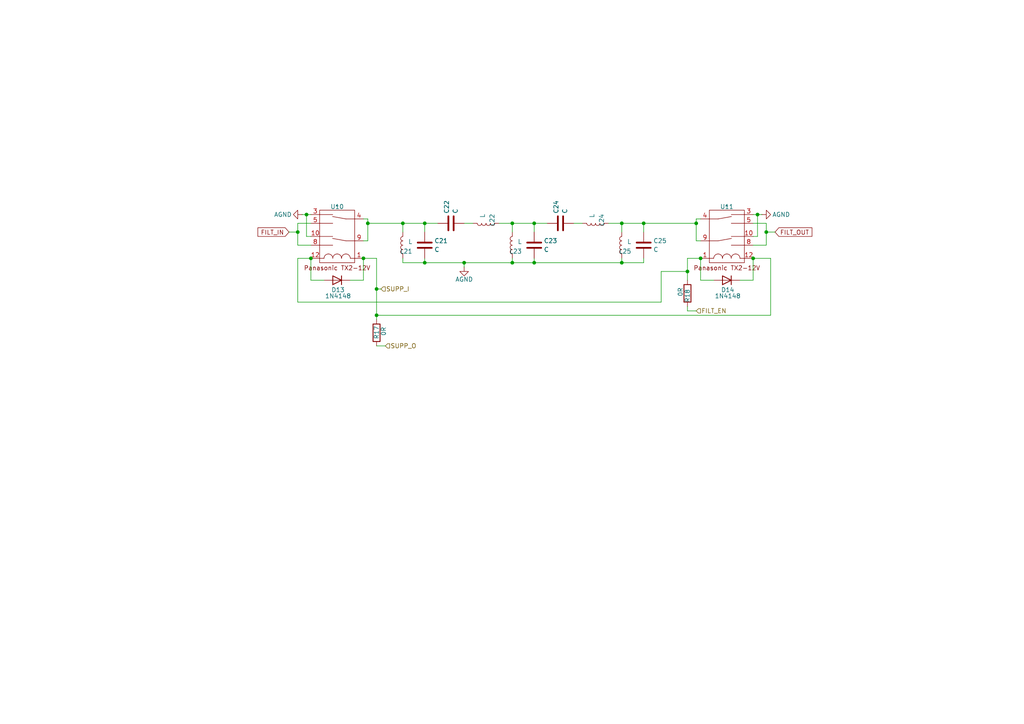
<source format=kicad_sch>
(kicad_sch
	(version 20250114)
	(generator "eeschema")
	(generator_version "9.0")
	(uuid "a906de0f-00a6-4075-8770-1701fd4eb086")
	(paper "A4")
	(lib_symbols
		(symbol "Device:C"
			(pin_numbers
				(hide yes)
			)
			(pin_names
				(offset 0.254)
			)
			(exclude_from_sim no)
			(in_bom yes)
			(on_board yes)
			(property "Reference" "C"
				(at 0.635 2.54 0)
				(effects
					(font
						(size 1.27 1.27)
					)
					(justify left)
				)
			)
			(property "Value" "C"
				(at 0.635 -2.54 0)
				(effects
					(font
						(size 1.27 1.27)
					)
					(justify left)
				)
			)
			(property "Footprint" ""
				(at 0.9652 -3.81 0)
				(effects
					(font
						(size 1.27 1.27)
					)
					(hide yes)
				)
			)
			(property "Datasheet" "~"
				(at 0 0 0)
				(effects
					(font
						(size 1.27 1.27)
					)
					(hide yes)
				)
			)
			(property "Description" "Unpolarized capacitor"
				(at 0 0 0)
				(effects
					(font
						(size 1.27 1.27)
					)
					(hide yes)
				)
			)
			(property "ki_keywords" "cap capacitor"
				(at 0 0 0)
				(effects
					(font
						(size 1.27 1.27)
					)
					(hide yes)
				)
			)
			(property "ki_fp_filters" "C_*"
				(at 0 0 0)
				(effects
					(font
						(size 1.27 1.27)
					)
					(hide yes)
				)
			)
			(symbol "C_0_1"
				(polyline
					(pts
						(xy -2.032 0.762) (xy 2.032 0.762)
					)
					(stroke
						(width 0.508)
						(type default)
					)
					(fill
						(type none)
					)
				)
				(polyline
					(pts
						(xy -2.032 -0.762) (xy 2.032 -0.762)
					)
					(stroke
						(width 0.508)
						(type default)
					)
					(fill
						(type none)
					)
				)
			)
			(symbol "C_1_1"
				(pin passive line
					(at 0 3.81 270)
					(length 2.794)
					(name "~"
						(effects
							(font
								(size 1.27 1.27)
							)
						)
					)
					(number "1"
						(effects
							(font
								(size 1.27 1.27)
							)
						)
					)
				)
				(pin passive line
					(at 0 -3.81 90)
					(length 2.794)
					(name "~"
						(effects
							(font
								(size 1.27 1.27)
							)
						)
					)
					(number "2"
						(effects
							(font
								(size 1.27 1.27)
							)
						)
					)
				)
			)
			(embedded_fonts no)
		)
		(symbol "Device:L"
			(pin_numbers
				(hide yes)
			)
			(pin_names
				(offset 1.016)
				(hide yes)
			)
			(exclude_from_sim no)
			(in_bom yes)
			(on_board yes)
			(property "Reference" "L"
				(at -1.27 0 90)
				(effects
					(font
						(size 1.27 1.27)
					)
				)
			)
			(property "Value" "L"
				(at 1.905 0 90)
				(effects
					(font
						(size 1.27 1.27)
					)
				)
			)
			(property "Footprint" ""
				(at 0 0 0)
				(effects
					(font
						(size 1.27 1.27)
					)
					(hide yes)
				)
			)
			(property "Datasheet" "~"
				(at 0 0 0)
				(effects
					(font
						(size 1.27 1.27)
					)
					(hide yes)
				)
			)
			(property "Description" "Inductor"
				(at 0 0 0)
				(effects
					(font
						(size 1.27 1.27)
					)
					(hide yes)
				)
			)
			(property "ki_keywords" "inductor choke coil reactor magnetic"
				(at 0 0 0)
				(effects
					(font
						(size 1.27 1.27)
					)
					(hide yes)
				)
			)
			(property "ki_fp_filters" "Choke_* *Coil* Inductor_* L_*"
				(at 0 0 0)
				(effects
					(font
						(size 1.27 1.27)
					)
					(hide yes)
				)
			)
			(symbol "L_0_1"
				(arc
					(start 0 2.54)
					(mid 0.6323 1.905)
					(end 0 1.27)
					(stroke
						(width 0)
						(type default)
					)
					(fill
						(type none)
					)
				)
				(arc
					(start 0 1.27)
					(mid 0.6323 0.635)
					(end 0 0)
					(stroke
						(width 0)
						(type default)
					)
					(fill
						(type none)
					)
				)
				(arc
					(start 0 0)
					(mid 0.6323 -0.635)
					(end 0 -1.27)
					(stroke
						(width 0)
						(type default)
					)
					(fill
						(type none)
					)
				)
				(arc
					(start 0 -1.27)
					(mid 0.6323 -1.905)
					(end 0 -2.54)
					(stroke
						(width 0)
						(type default)
					)
					(fill
						(type none)
					)
				)
			)
			(symbol "L_1_1"
				(pin passive line
					(at 0 3.81 270)
					(length 1.27)
					(name "1"
						(effects
							(font
								(size 1.27 1.27)
							)
						)
					)
					(number "1"
						(effects
							(font
								(size 1.27 1.27)
							)
						)
					)
				)
				(pin passive line
					(at 0 -3.81 90)
					(length 1.27)
					(name "2"
						(effects
							(font
								(size 1.27 1.27)
							)
						)
					)
					(number "2"
						(effects
							(font
								(size 1.27 1.27)
							)
						)
					)
				)
			)
			(embedded_fonts no)
		)
		(symbol "Device:R"
			(pin_numbers
				(hide yes)
			)
			(pin_names
				(offset 0)
			)
			(exclude_from_sim no)
			(in_bom yes)
			(on_board yes)
			(property "Reference" "R"
				(at 2.032 0 90)
				(effects
					(font
						(size 1.27 1.27)
					)
				)
			)
			(property "Value" "R"
				(at 0 0 90)
				(effects
					(font
						(size 1.27 1.27)
					)
				)
			)
			(property "Footprint" ""
				(at -1.778 0 90)
				(effects
					(font
						(size 1.27 1.27)
					)
					(hide yes)
				)
			)
			(property "Datasheet" "~"
				(at 0 0 0)
				(effects
					(font
						(size 1.27 1.27)
					)
					(hide yes)
				)
			)
			(property "Description" "Resistor"
				(at 0 0 0)
				(effects
					(font
						(size 1.27 1.27)
					)
					(hide yes)
				)
			)
			(property "ki_keywords" "R res resistor"
				(at 0 0 0)
				(effects
					(font
						(size 1.27 1.27)
					)
					(hide yes)
				)
			)
			(property "ki_fp_filters" "R_*"
				(at 0 0 0)
				(effects
					(font
						(size 1.27 1.27)
					)
					(hide yes)
				)
			)
			(symbol "R_0_1"
				(rectangle
					(start -1.016 -2.54)
					(end 1.016 2.54)
					(stroke
						(width 0.254)
						(type default)
					)
					(fill
						(type none)
					)
				)
			)
			(symbol "R_1_1"
				(pin passive line
					(at 0 3.81 270)
					(length 1.27)
					(name "~"
						(effects
							(font
								(size 1.27 1.27)
							)
						)
					)
					(number "1"
						(effects
							(font
								(size 1.27 1.27)
							)
						)
					)
				)
				(pin passive line
					(at 0 -3.81 90)
					(length 1.27)
					(name "~"
						(effects
							(font
								(size 1.27 1.27)
							)
						)
					)
					(number "2"
						(effects
							(font
								(size 1.27 1.27)
							)
						)
					)
				)
			)
			(embedded_fonts no)
		)
		(symbol "Diode:1N4148"
			(pin_numbers
				(hide yes)
			)
			(pin_names
				(hide yes)
			)
			(exclude_from_sim no)
			(in_bom yes)
			(on_board yes)
			(property "Reference" "D"
				(at 0 2.54 0)
				(effects
					(font
						(size 1.27 1.27)
					)
				)
			)
			(property "Value" "1N4148"
				(at 0 -2.54 0)
				(effects
					(font
						(size 1.27 1.27)
					)
				)
			)
			(property "Footprint" "Diode_THT:D_DO-35_SOD27_P7.62mm_Horizontal"
				(at 0 0 0)
				(effects
					(font
						(size 1.27 1.27)
					)
					(hide yes)
				)
			)
			(property "Datasheet" "https://assets.nexperia.com/documents/data-sheet/1N4148_1N4448.pdf"
				(at 0 0 0)
				(effects
					(font
						(size 1.27 1.27)
					)
					(hide yes)
				)
			)
			(property "Description" "100V 0.15A standard switching diode, DO-35"
				(at 0 0 0)
				(effects
					(font
						(size 1.27 1.27)
					)
					(hide yes)
				)
			)
			(property "Sim.Device" "D"
				(at 0 0 0)
				(effects
					(font
						(size 1.27 1.27)
					)
					(hide yes)
				)
			)
			(property "Sim.Pins" "1=K 2=A"
				(at 0 0 0)
				(effects
					(font
						(size 1.27 1.27)
					)
					(hide yes)
				)
			)
			(property "ki_keywords" "diode"
				(at 0 0 0)
				(effects
					(font
						(size 1.27 1.27)
					)
					(hide yes)
				)
			)
			(property "ki_fp_filters" "D*DO?35*"
				(at 0 0 0)
				(effects
					(font
						(size 1.27 1.27)
					)
					(hide yes)
				)
			)
			(symbol "1N4148_0_1"
				(polyline
					(pts
						(xy -1.27 1.27) (xy -1.27 -1.27)
					)
					(stroke
						(width 0.254)
						(type default)
					)
					(fill
						(type none)
					)
				)
				(polyline
					(pts
						(xy 1.27 1.27) (xy 1.27 -1.27) (xy -1.27 0) (xy 1.27 1.27)
					)
					(stroke
						(width 0.254)
						(type default)
					)
					(fill
						(type none)
					)
				)
				(polyline
					(pts
						(xy 1.27 0) (xy -1.27 0)
					)
					(stroke
						(width 0)
						(type default)
					)
					(fill
						(type none)
					)
				)
			)
			(symbol "1N4148_1_1"
				(pin passive line
					(at -3.81 0 0)
					(length 2.54)
					(name "K"
						(effects
							(font
								(size 1.27 1.27)
							)
						)
					)
					(number "1"
						(effects
							(font
								(size 1.27 1.27)
							)
						)
					)
				)
				(pin passive line
					(at 3.81 0 180)
					(length 2.54)
					(name "A"
						(effects
							(font
								(size 1.27 1.27)
							)
						)
					)
					(number "2"
						(effects
							(font
								(size 1.27 1.27)
							)
						)
					)
				)
			)
			(embedded_fonts no)
		)
		(symbol "power:GND"
			(power)
			(pin_numbers
				(hide yes)
			)
			(pin_names
				(offset 0)
				(hide yes)
			)
			(exclude_from_sim no)
			(in_bom yes)
			(on_board yes)
			(property "Reference" "#PWR"
				(at 0 -6.35 0)
				(effects
					(font
						(size 1.27 1.27)
					)
					(hide yes)
				)
			)
			(property "Value" "GND"
				(at 0 -3.81 0)
				(effects
					(font
						(size 1.27 1.27)
					)
				)
			)
			(property "Footprint" ""
				(at 0 0 0)
				(effects
					(font
						(size 1.27 1.27)
					)
					(hide yes)
				)
			)
			(property "Datasheet" ""
				(at 0 0 0)
				(effects
					(font
						(size 1.27 1.27)
					)
					(hide yes)
				)
			)
			(property "Description" "Power symbol creates a global label with name \"GND\" , ground"
				(at 0 0 0)
				(effects
					(font
						(size 1.27 1.27)
					)
					(hide yes)
				)
			)
			(property "ki_keywords" "global power"
				(at 0 0 0)
				(effects
					(font
						(size 1.27 1.27)
					)
					(hide yes)
				)
			)
			(symbol "GND_0_1"
				(polyline
					(pts
						(xy 0 0) (xy 0 -1.27) (xy 1.27 -1.27) (xy 0 -2.54) (xy -1.27 -1.27) (xy 0 -1.27)
					)
					(stroke
						(width 0)
						(type default)
					)
					(fill
						(type none)
					)
				)
			)
			(symbol "GND_1_1"
				(pin power_in line
					(at 0 0 270)
					(length 0)
					(name "~"
						(effects
							(font
								(size 1.27 1.27)
							)
						)
					)
					(number "1"
						(effects
							(font
								(size 1.27 1.27)
							)
						)
					)
				)
			)
			(embedded_fonts no)
		)
		(symbol "vatan:Panasonic_TX2"
			(exclude_from_sim no)
			(in_bom yes)
			(on_board yes)
			(property "Reference" "U"
				(at 1.016 0 0)
				(effects
					(font
						(size 1.27 1.27)
					)
				)
			)
			(property "Value" ""
				(at 0 0 0)
				(effects
					(font
						(size 1.27 1.27)
					)
				)
			)
			(property "Footprint" ""
				(at 0 0 0)
				(effects
					(font
						(size 1.27 1.27)
					)
					(hide yes)
				)
			)
			(property "Datasheet" ""
				(at 0 0 0)
				(effects
					(font
						(size 1.27 1.27)
					)
					(hide yes)
				)
			)
			(property "Description" ""
				(at 0 0 0)
				(effects
					(font
						(size 1.27 1.27)
					)
					(hide yes)
				)
			)
			(symbol "Panasonic_TX2_0_1"
				(rectangle
					(start -3.81 -1.27)
					(end 6.35 -16.51)
					(stroke
						(width 0)
						(type default)
					)
					(fill
						(type none)
					)
				)
				(polyline
					(pts
						(xy -3.81 -2.54) (xy 0 -2.54)
					)
					(stroke
						(width 0)
						(type default)
					)
					(fill
						(type none)
					)
				)
				(polyline
					(pts
						(xy -3.81 -5.08) (xy 0 -5.08)
					)
					(stroke
						(width 0)
						(type default)
					)
					(fill
						(type none)
					)
				)
				(polyline
					(pts
						(xy -3.81 -8.89) (xy 0 -8.89)
					)
					(stroke
						(width 0)
						(type default)
					)
					(fill
						(type none)
					)
				)
				(polyline
					(pts
						(xy -3.81 -11.43) (xy 0 -11.43)
					)
					(stroke
						(width 0)
						(type default)
					)
					(fill
						(type none)
					)
				)
				(polyline
					(pts
						(xy -2.54 -15.24) (xy -3.81 -15.24)
					)
					(stroke
						(width 0)
						(type default)
					)
					(fill
						(type none)
					)
				)
				(arc
					(start -1.27 -13.97)
					(mid -0.372 -14.342)
					(end 0 -15.24)
					(stroke
						(width 0)
						(type default)
					)
					(fill
						(type none)
					)
				)
				(arc
					(start -2.54 -15.24)
					(mid -2.168 -14.342)
					(end -1.27 -13.97)
					(stroke
						(width 0)
						(type default)
					)
					(fill
						(type none)
					)
				)
				(arc
					(start 0 -15.24)
					(mid 0.372 -14.342)
					(end 1.27 -13.97)
					(stroke
						(width 0)
						(type default)
					)
					(fill
						(type none)
					)
				)
				(arc
					(start 1.27 -13.97)
					(mid 2.168 -14.342)
					(end 2.54 -15.24)
					(stroke
						(width 0)
						(type default)
					)
					(fill
						(type none)
					)
				)
				(polyline
					(pts
						(xy 3.81 -3.81) (xy -0.0851 -3.1105)
					)
					(stroke
						(width 0)
						(type default)
					)
					(fill
						(type none)
					)
				)
				(polyline
					(pts
						(xy 3.81 -3.81) (xy 6.35 -3.81)
					)
					(stroke
						(width 0)
						(type default)
					)
					(fill
						(type none)
					)
				)
				(polyline
					(pts
						(xy 3.81 -10.16) (xy -0.0851 -9.4605)
					)
					(stroke
						(width 0)
						(type default)
					)
					(fill
						(type none)
					)
				)
				(polyline
					(pts
						(xy 3.81 -10.16) (xy 6.35 -10.16)
					)
					(stroke
						(width 0)
						(type default)
					)
					(fill
						(type none)
					)
				)
				(arc
					(start 2.54 -15.24)
					(mid 2.912 -14.342)
					(end 3.81 -13.97)
					(stroke
						(width 0)
						(type default)
					)
					(fill
						(type none)
					)
				)
				(arc
					(start 3.81 -13.97)
					(mid 4.708 -14.342)
					(end 5.08 -15.24)
					(stroke
						(width 0)
						(type default)
					)
					(fill
						(type none)
					)
				)
				(polyline
					(pts
						(xy 5.08 -15.24) (xy 6.35 -15.24)
					)
					(stroke
						(width 0)
						(type default)
					)
					(fill
						(type none)
					)
				)
			)
			(symbol "Panasonic_TX2_1_1"
				(text "Panasonic TX2-12V\n"
					(at 1.27 -18.034 0)
					(effects
						(font
							(size 1.27 1.27)
						)
					)
				)
				(pin passive line
					(at -6.35 -2.54 0)
					(length 2.54)
					(name ""
						(effects
							(font
								(size 1.27 1.27)
							)
						)
					)
					(number "3"
						(effects
							(font
								(size 1.27 1.27)
							)
						)
					)
				)
				(pin passive line
					(at -6.35 -5.08 0)
					(length 2.54)
					(name ""
						(effects
							(font
								(size 1.27 1.27)
							)
						)
					)
					(number "5"
						(effects
							(font
								(size 1.27 1.27)
							)
						)
					)
				)
				(pin passive line
					(at -6.35 -8.89 0)
					(length 2.54)
					(name ""
						(effects
							(font
								(size 1.27 1.27)
							)
						)
					)
					(number "10"
						(effects
							(font
								(size 1.27 1.27)
							)
						)
					)
				)
				(pin passive line
					(at -6.35 -11.43 0)
					(length 2.54)
					(name ""
						(effects
							(font
								(size 1.27 1.27)
							)
						)
					)
					(number "8"
						(effects
							(font
								(size 1.27 1.27)
							)
						)
					)
				)
				(pin passive line
					(at -6.35 -15.24 0)
					(length 2.54)
					(name ""
						(effects
							(font
								(size 1.27 1.27)
							)
						)
					)
					(number "12"
						(effects
							(font
								(size 1.27 1.27)
							)
						)
					)
				)
				(pin passive line
					(at 8.89 -3.81 180)
					(length 2.54)
					(name ""
						(effects
							(font
								(size 1.27 1.27)
							)
						)
					)
					(number "4"
						(effects
							(font
								(size 1.27 1.27)
							)
						)
					)
				)
				(pin passive line
					(at 8.89 -10.16 180)
					(length 2.54)
					(name ""
						(effects
							(font
								(size 1.27 1.27)
							)
						)
					)
					(number "9"
						(effects
							(font
								(size 1.27 1.27)
							)
						)
					)
				)
				(pin passive line
					(at 8.89 -15.24 180)
					(length 2.54)
					(name ""
						(effects
							(font
								(size 1.27 1.27)
							)
						)
					)
					(number "1"
						(effects
							(font
								(size 1.27 1.27)
							)
						)
					)
				)
			)
			(embedded_fonts no)
		)
	)
	(junction
		(at 218.44 74.93)
		(diameter 0)
		(color 0 0 0 0)
		(uuid "011b3041-8757-4c62-8a46-73d20084c2bd")
	)
	(junction
		(at 123.19 76.2)
		(diameter 0)
		(color 0 0 0 0)
		(uuid "18175bd6-b72b-443c-a4b9-e95d0eefd0f6")
	)
	(junction
		(at 154.94 64.77)
		(diameter 0)
		(color 0 0 0 0)
		(uuid "18773591-b657-4246-99a7-d094721c0e9a")
	)
	(junction
		(at 148.59 64.77)
		(diameter 0)
		(color 0 0 0 0)
		(uuid "3260a8f1-2bba-48bc-a622-edbfb324f059")
	)
	(junction
		(at 180.34 64.77)
		(diameter 0)
		(color 0 0 0 0)
		(uuid "3d107261-749e-4914-bdae-7d18553179b8")
	)
	(junction
		(at 219.71 62.23)
		(diameter 0)
		(color 0 0 0 0)
		(uuid "3e057eac-c73f-45b4-8192-650219293fb4")
	)
	(junction
		(at 203.2 74.93)
		(diameter 0)
		(color 0 0 0 0)
		(uuid "41c852de-3b17-4d40-9fbe-d9b4986340fe")
	)
	(junction
		(at 154.94 76.2)
		(diameter 0)
		(color 0 0 0 0)
		(uuid "5451fa45-6753-4e7a-9c98-051e3ac0108e")
	)
	(junction
		(at 222.25 67.31)
		(diameter 0)
		(color 0 0 0 0)
		(uuid "5828334c-eb8c-4e20-9b71-54f545c3b127")
	)
	(junction
		(at 109.22 83.82)
		(diameter 0)
		(color 0 0 0 0)
		(uuid "63faf73a-e4ec-4826-9631-7d0a9a1a9b34")
	)
	(junction
		(at 199.39 78.74)
		(diameter 0)
		(color 0 0 0 0)
		(uuid "83d35019-6a7b-42eb-8f03-a464da7d71b2")
	)
	(junction
		(at 86.36 67.31)
		(diameter 0)
		(color 0 0 0 0)
		(uuid "8ebbc2dd-0a6c-4c2d-aa1a-259ded0a8c21")
	)
	(junction
		(at 90.17 74.93)
		(diameter 0)
		(color 0 0 0 0)
		(uuid "9091df53-7330-411b-9308-8b1a8b2ac5e2")
	)
	(junction
		(at 116.84 64.77)
		(diameter 0)
		(color 0 0 0 0)
		(uuid "b385ad59-d4d1-455f-840e-3300ba7e527a")
	)
	(junction
		(at 148.59 76.2)
		(diameter 0)
		(color 0 0 0 0)
		(uuid "b70fc0df-9990-4c37-aeb4-c8972639564c")
	)
	(junction
		(at 106.68 64.77)
		(diameter 0)
		(color 0 0 0 0)
		(uuid "b74605ed-6486-479b-9977-8e09e6753088")
	)
	(junction
		(at 134.62 76.2)
		(diameter 0)
		(color 0 0 0 0)
		(uuid "bb8d0ffd-c8c3-4ec2-8386-6f437ea54b96")
	)
	(junction
		(at 88.9 62.23)
		(diameter 0)
		(color 0 0 0 0)
		(uuid "cf9bc3fd-45e9-4afa-afd9-ea3e99ec796e")
	)
	(junction
		(at 201.93 64.77)
		(diameter 0)
		(color 0 0 0 0)
		(uuid "e32d54ff-7647-4d02-ac9a-62a50f2f149c")
	)
	(junction
		(at 109.22 91.44)
		(diameter 0)
		(color 0 0 0 0)
		(uuid "e56789bb-a36a-4298-aee4-78cc388e7f8a")
	)
	(junction
		(at 180.34 76.2)
		(diameter 0)
		(color 0 0 0 0)
		(uuid "e8ed9ec2-9f86-4cdc-80d3-0be708b4d716")
	)
	(junction
		(at 105.41 74.93)
		(diameter 0)
		(color 0 0 0 0)
		(uuid "ef202a90-e2f0-4894-b63b-3d468bf6611e")
	)
	(junction
		(at 186.69 64.77)
		(diameter 0)
		(color 0 0 0 0)
		(uuid "f647fd99-5f25-4102-916b-7aa238c59b51")
	)
	(junction
		(at 123.19 64.77)
		(diameter 0)
		(color 0 0 0 0)
		(uuid "f8b34405-c4de-4b17-9f2f-ac3423ba937d")
	)
	(wire
		(pts
			(xy 109.22 74.93) (xy 105.41 74.93)
		)
		(stroke
			(width 0)
			(type default)
		)
		(uuid "04acaa15-1546-436f-8efc-5fc3f3459f5c")
	)
	(wire
		(pts
			(xy 105.41 81.28) (xy 105.41 74.93)
		)
		(stroke
			(width 0)
			(type default)
		)
		(uuid "0640e247-79b5-48de-b348-f97ccdc722c8")
	)
	(wire
		(pts
			(xy 154.94 64.77) (xy 158.75 64.77)
		)
		(stroke
			(width 0)
			(type default)
		)
		(uuid "0a6ff8a2-3653-464e-a2b1-3703883973c8")
	)
	(wire
		(pts
			(xy 191.77 87.63) (xy 191.77 78.74)
		)
		(stroke
			(width 0)
			(type default)
		)
		(uuid "0c297e50-7eeb-498e-9421-b3bd5597245e")
	)
	(wire
		(pts
			(xy 148.59 64.77) (xy 154.94 64.77)
		)
		(stroke
			(width 0)
			(type default)
		)
		(uuid "0f171766-b9d3-4b5f-b60f-c4d2a28a89ea")
	)
	(wire
		(pts
			(xy 106.68 63.5) (xy 106.68 64.77)
		)
		(stroke
			(width 0)
			(type default)
		)
		(uuid "11603c37-5eea-4412-92d6-e6f2f8b04df3")
	)
	(wire
		(pts
			(xy 148.59 67.31) (xy 148.59 64.77)
		)
		(stroke
			(width 0)
			(type default)
		)
		(uuid "1252d41c-a105-438a-8e22-ebfeb145f5c8")
	)
	(wire
		(pts
			(xy 186.69 64.77) (xy 201.93 64.77)
		)
		(stroke
			(width 0)
			(type default)
		)
		(uuid "1664f02c-2afb-4a55-ae4e-025da8981738")
	)
	(wire
		(pts
			(xy 86.36 64.77) (xy 86.36 67.31)
		)
		(stroke
			(width 0)
			(type default)
		)
		(uuid "17fb53f5-d663-4f08-af66-6a49fdb89e15")
	)
	(wire
		(pts
			(xy 134.62 76.2) (xy 134.62 77.47)
		)
		(stroke
			(width 0)
			(type default)
		)
		(uuid "1b44d76f-395c-4b23-b347-7c816bc9b928")
	)
	(wire
		(pts
			(xy 90.17 71.12) (xy 86.36 71.12)
		)
		(stroke
			(width 0)
			(type default)
		)
		(uuid "1d27dc93-96e9-44d3-9092-a6f7e7bbc336")
	)
	(wire
		(pts
			(xy 116.84 67.31) (xy 116.84 64.77)
		)
		(stroke
			(width 0)
			(type default)
		)
		(uuid "20e3cacc-1eb8-4f7a-b63b-7b142e35e5de")
	)
	(wire
		(pts
			(xy 148.59 76.2) (xy 154.94 76.2)
		)
		(stroke
			(width 0)
			(type default)
		)
		(uuid "23499c4d-e2d9-44c0-a5a9-2a84f822c5f8")
	)
	(wire
		(pts
			(xy 123.19 74.93) (xy 123.19 76.2)
		)
		(stroke
			(width 0)
			(type default)
		)
		(uuid "2a1d7ee7-8c29-4df0-a9b0-c74fa34eab14")
	)
	(wire
		(pts
			(xy 218.44 64.77) (xy 222.25 64.77)
		)
		(stroke
			(width 0)
			(type default)
		)
		(uuid "39376fc2-210b-40cb-9c5c-b3068c1fc827")
	)
	(wire
		(pts
			(xy 93.98 81.28) (xy 90.17 81.28)
		)
		(stroke
			(width 0)
			(type default)
		)
		(uuid "3cc1f34b-5e3d-4b03-b3da-07b8540864a7")
	)
	(wire
		(pts
			(xy 90.17 81.28) (xy 90.17 74.93)
		)
		(stroke
			(width 0)
			(type default)
		)
		(uuid "4261f507-dc5f-4b3b-a85e-2105f5a0bd0a")
	)
	(wire
		(pts
			(xy 101.6 81.28) (xy 105.41 81.28)
		)
		(stroke
			(width 0)
			(type default)
		)
		(uuid "44a8564f-1841-4035-b7d0-02a47af09ca0")
	)
	(wire
		(pts
			(xy 201.93 64.77) (xy 201.93 69.85)
		)
		(stroke
			(width 0)
			(type default)
		)
		(uuid "4580c03f-2913-44e5-8d16-f7d8e0f8c100")
	)
	(wire
		(pts
			(xy 219.71 62.23) (xy 219.71 68.58)
		)
		(stroke
			(width 0)
			(type default)
		)
		(uuid "49dac551-c020-46bd-b01f-4f0554dc5464")
	)
	(wire
		(pts
			(xy 116.84 76.2) (xy 123.19 76.2)
		)
		(stroke
			(width 0)
			(type default)
		)
		(uuid "4a05f6f6-459e-424e-a3f1-21937ae3e088")
	)
	(wire
		(pts
			(xy 186.69 64.77) (xy 186.69 67.31)
		)
		(stroke
			(width 0)
			(type default)
		)
		(uuid "4b94a05e-1cd7-4441-96e6-dbff22434f67")
	)
	(wire
		(pts
			(xy 111.76 100.33) (xy 109.22 100.33)
		)
		(stroke
			(width 0)
			(type default)
		)
		(uuid "4ba2da6e-c1a3-4992-9f07-206362629ae4")
	)
	(wire
		(pts
			(xy 109.22 91.44) (xy 223.52 91.44)
		)
		(stroke
			(width 0)
			(type default)
		)
		(uuid "51156fd9-a312-4cf7-b3e8-1808bb136431")
	)
	(wire
		(pts
			(xy 88.9 62.23) (xy 90.17 62.23)
		)
		(stroke
			(width 0)
			(type default)
		)
		(uuid "5298e0cd-8e4e-418f-8d90-f169562b3b37")
	)
	(wire
		(pts
			(xy 106.68 64.77) (xy 116.84 64.77)
		)
		(stroke
			(width 0)
			(type default)
		)
		(uuid "58dc679b-338c-4719-9164-367b838c248b")
	)
	(wire
		(pts
			(xy 87.63 62.23) (xy 88.9 62.23)
		)
		(stroke
			(width 0)
			(type default)
		)
		(uuid "5a54f69a-1955-4840-a3ae-d7d1fa36a758")
	)
	(wire
		(pts
			(xy 86.36 67.31) (xy 86.36 71.12)
		)
		(stroke
			(width 0)
			(type default)
		)
		(uuid "5c5bd8c8-9ce5-4247-9ccb-c17f56653187")
	)
	(wire
		(pts
			(xy 199.39 78.74) (xy 199.39 74.93)
		)
		(stroke
			(width 0)
			(type default)
		)
		(uuid "5fbe1495-5d68-4371-9740-529d140ccdb8")
	)
	(wire
		(pts
			(xy 83.82 67.31) (xy 86.36 67.31)
		)
		(stroke
			(width 0)
			(type default)
		)
		(uuid "63fd5145-a783-448d-9cfb-4e023020160b")
	)
	(wire
		(pts
			(xy 180.34 76.2) (xy 186.69 76.2)
		)
		(stroke
			(width 0)
			(type default)
		)
		(uuid "64851a57-c27f-40e9-addf-74733f61cd19")
	)
	(wire
		(pts
			(xy 180.34 64.77) (xy 186.69 64.77)
		)
		(stroke
			(width 0)
			(type default)
		)
		(uuid "65c8caa0-1f03-4257-b369-210ed01593fc")
	)
	(wire
		(pts
			(xy 166.37 64.77) (xy 168.91 64.77)
		)
		(stroke
			(width 0)
			(type default)
		)
		(uuid "69e20256-f22e-4903-aca9-75cf7a9fdd5d")
	)
	(wire
		(pts
			(xy 201.93 69.85) (xy 203.2 69.85)
		)
		(stroke
			(width 0)
			(type default)
		)
		(uuid "750df889-6585-4006-b38e-bf5d76cb061f")
	)
	(wire
		(pts
			(xy 218.44 74.93) (xy 223.52 74.93)
		)
		(stroke
			(width 0)
			(type default)
		)
		(uuid "80987acc-ec87-4fa2-a5a6-107a986f375b")
	)
	(wire
		(pts
			(xy 219.71 62.23) (xy 218.44 62.23)
		)
		(stroke
			(width 0)
			(type default)
		)
		(uuid "83669d38-c92e-4261-b350-e0e72b90af3d")
	)
	(wire
		(pts
			(xy 222.25 67.31) (xy 224.79 67.31)
		)
		(stroke
			(width 0)
			(type default)
		)
		(uuid "864bed84-5169-4ee8-9c1f-dfdd3fd01706")
	)
	(wire
		(pts
			(xy 123.19 64.77) (xy 123.19 67.31)
		)
		(stroke
			(width 0)
			(type default)
		)
		(uuid "86e50d0f-cbc4-4b21-a231-d19dce51d3f3")
	)
	(wire
		(pts
			(xy 106.68 64.77) (xy 106.68 69.85)
		)
		(stroke
			(width 0)
			(type default)
		)
		(uuid "8765593e-c4c7-46f5-ad1a-e019aaa967c6")
	)
	(wire
		(pts
			(xy 201.93 63.5) (xy 201.93 64.77)
		)
		(stroke
			(width 0)
			(type default)
		)
		(uuid "880d4ebb-c8a7-43d6-bf13-67a6ba235c07")
	)
	(wire
		(pts
			(xy 218.44 71.12) (xy 222.25 71.12)
		)
		(stroke
			(width 0)
			(type default)
		)
		(uuid "89f6c466-fd29-47fd-9b61-a5c02696f854")
	)
	(wire
		(pts
			(xy 218.44 81.28) (xy 218.44 74.93)
		)
		(stroke
			(width 0)
			(type default)
		)
		(uuid "8a87befa-08b0-4249-b96b-0d3cb4b01155")
	)
	(wire
		(pts
			(xy 186.69 74.93) (xy 186.69 76.2)
		)
		(stroke
			(width 0)
			(type default)
		)
		(uuid "940f00b6-545c-491b-a930-d734bd0f0886")
	)
	(wire
		(pts
			(xy 109.22 91.44) (xy 109.22 83.82)
		)
		(stroke
			(width 0)
			(type default)
		)
		(uuid "950010ea-2b49-49d1-8291-82d576864cd7")
	)
	(wire
		(pts
			(xy 148.59 74.93) (xy 148.59 76.2)
		)
		(stroke
			(width 0)
			(type default)
		)
		(uuid "960dca27-21a0-4629-88f2-71c12d61cadb")
	)
	(wire
		(pts
			(xy 134.62 76.2) (xy 148.59 76.2)
		)
		(stroke
			(width 0)
			(type default)
		)
		(uuid "965778ce-e2d9-44dc-9844-78e9309396bb")
	)
	(wire
		(pts
			(xy 86.36 74.93) (xy 90.17 74.93)
		)
		(stroke
			(width 0)
			(type default)
		)
		(uuid "9816d283-6327-4a40-9874-74533fabce45")
	)
	(wire
		(pts
			(xy 180.34 74.93) (xy 180.34 76.2)
		)
		(stroke
			(width 0)
			(type default)
		)
		(uuid "98b05541-8bb6-42e3-8c5d-cc767644a23e")
	)
	(wire
		(pts
			(xy 223.52 91.44) (xy 223.52 74.93)
		)
		(stroke
			(width 0)
			(type default)
		)
		(uuid "9b7e4ec6-bf6f-4561-a99a-3754c74e5c40")
	)
	(wire
		(pts
			(xy 199.39 90.17) (xy 199.39 88.9)
		)
		(stroke
			(width 0)
			(type default)
		)
		(uuid "9bc0a8d6-39b2-44d4-9b33-731075cf93cf")
	)
	(wire
		(pts
			(xy 203.2 81.28) (xy 203.2 74.93)
		)
		(stroke
			(width 0)
			(type default)
		)
		(uuid "9cca325d-1153-4f4d-91c2-7602efb7dc4f")
	)
	(wire
		(pts
			(xy 88.9 62.23) (xy 88.9 68.58)
		)
		(stroke
			(width 0)
			(type default)
		)
		(uuid "9ef80cfb-7eb2-40fb-893f-a1d464565cd2")
	)
	(wire
		(pts
			(xy 154.94 64.77) (xy 154.94 67.31)
		)
		(stroke
			(width 0)
			(type default)
		)
		(uuid "9f0ed44c-ac89-4990-8748-33e64684a221")
	)
	(wire
		(pts
			(xy 106.68 69.85) (xy 105.41 69.85)
		)
		(stroke
			(width 0)
			(type default)
		)
		(uuid "a275819a-ca41-4f8c-884f-d69bef1273d5")
	)
	(wire
		(pts
			(xy 90.17 64.77) (xy 86.36 64.77)
		)
		(stroke
			(width 0)
			(type default)
		)
		(uuid "a6548715-695d-4010-9dcd-c83b15b4ba42")
	)
	(wire
		(pts
			(xy 90.17 68.58) (xy 88.9 68.58)
		)
		(stroke
			(width 0)
			(type default)
		)
		(uuid "a8d43ebc-8c79-4a13-a699-df90488bd283")
	)
	(wire
		(pts
			(xy 222.25 67.31) (xy 222.25 71.12)
		)
		(stroke
			(width 0)
			(type default)
		)
		(uuid "ab398fb4-758f-442e-b039-6ecadf79f763")
	)
	(wire
		(pts
			(xy 123.19 76.2) (xy 134.62 76.2)
		)
		(stroke
			(width 0)
			(type default)
		)
		(uuid "ac785487-35ed-4a8b-b36d-4ac3b6e07f31")
	)
	(wire
		(pts
			(xy 109.22 83.82) (xy 110.49 83.82)
		)
		(stroke
			(width 0)
			(type default)
		)
		(uuid "bbbb0d50-affa-4298-b035-07474ae224c8")
	)
	(wire
		(pts
			(xy 222.25 64.77) (xy 222.25 67.31)
		)
		(stroke
			(width 0)
			(type default)
		)
		(uuid "be1469da-307c-40e5-97b8-e88110cd0052")
	)
	(wire
		(pts
			(xy 123.19 64.77) (xy 127 64.77)
		)
		(stroke
			(width 0)
			(type default)
		)
		(uuid "be4fd953-b747-4bb6-96f9-e619a490b5a0")
	)
	(wire
		(pts
			(xy 109.22 92.71) (xy 109.22 91.44)
		)
		(stroke
			(width 0)
			(type default)
		)
		(uuid "c20b0073-ab34-42b0-a580-7bb152c3e80d")
	)
	(wire
		(pts
			(xy 218.44 68.58) (xy 219.71 68.58)
		)
		(stroke
			(width 0)
			(type default)
		)
		(uuid "c4f5dd86-c527-4dfb-8e28-d857b5325a89")
	)
	(wire
		(pts
			(xy 154.94 76.2) (xy 180.34 76.2)
		)
		(stroke
			(width 0)
			(type default)
		)
		(uuid "ce5070b3-80a6-475a-b6f9-eb8dfdcb56a2")
	)
	(wire
		(pts
			(xy 207.01 81.28) (xy 203.2 81.28)
		)
		(stroke
			(width 0)
			(type default)
		)
		(uuid "d8613c39-1cce-4f4c-b75a-ccdcb6317e68")
	)
	(wire
		(pts
			(xy 116.84 74.93) (xy 116.84 76.2)
		)
		(stroke
			(width 0)
			(type default)
		)
		(uuid "da32873d-2412-42ee-a7a2-11ebb9b1b9d7")
	)
	(wire
		(pts
			(xy 180.34 67.31) (xy 180.34 64.77)
		)
		(stroke
			(width 0)
			(type default)
		)
		(uuid "db67bf7f-99c0-4e62-8aa1-689297d4df75")
	)
	(wire
		(pts
			(xy 199.39 81.28) (xy 199.39 78.74)
		)
		(stroke
			(width 0)
			(type default)
		)
		(uuid "de1edb2a-a473-4f3a-adf1-5c832121998c")
	)
	(wire
		(pts
			(xy 105.41 63.5) (xy 106.68 63.5)
		)
		(stroke
			(width 0)
			(type default)
		)
		(uuid "de2b04db-dbfd-416f-b779-188617939d76")
	)
	(wire
		(pts
			(xy 191.77 78.74) (xy 199.39 78.74)
		)
		(stroke
			(width 0)
			(type default)
		)
		(uuid "de2bc2e2-5bae-4aee-93f8-234bc8449892")
	)
	(wire
		(pts
			(xy 214.63 81.28) (xy 218.44 81.28)
		)
		(stroke
			(width 0)
			(type default)
		)
		(uuid "e0c19c63-6c73-435d-883a-59a664d64252")
	)
	(wire
		(pts
			(xy 203.2 63.5) (xy 201.93 63.5)
		)
		(stroke
			(width 0)
			(type default)
		)
		(uuid "e17d47c6-7490-40a3-9cd6-f8848bf79f58")
	)
	(wire
		(pts
			(xy 86.36 74.93) (xy 86.36 87.63)
		)
		(stroke
			(width 0)
			(type default)
		)
		(uuid "e274fd31-2663-42f9-92a5-32ff8df2f9df")
	)
	(wire
		(pts
			(xy 86.36 87.63) (xy 191.77 87.63)
		)
		(stroke
			(width 0)
			(type default)
		)
		(uuid "e29b89a6-1e54-4c6b-9d0d-e30425866bdd")
	)
	(wire
		(pts
			(xy 220.98 62.23) (xy 219.71 62.23)
		)
		(stroke
			(width 0)
			(type default)
		)
		(uuid "e4eb84bb-b6c8-446d-8a95-9d6f92989f09")
	)
	(wire
		(pts
			(xy 199.39 74.93) (xy 203.2 74.93)
		)
		(stroke
			(width 0)
			(type default)
		)
		(uuid "e91f02ce-93c6-4ecd-b753-5ecae0b7b2c2")
	)
	(wire
		(pts
			(xy 154.94 74.93) (xy 154.94 76.2)
		)
		(stroke
			(width 0)
			(type default)
		)
		(uuid "eaeee107-8236-4df8-8743-cb31e384050b")
	)
	(wire
		(pts
			(xy 109.22 83.82) (xy 109.22 74.93)
		)
		(stroke
			(width 0)
			(type default)
		)
		(uuid "edea3db8-6e67-4e9c-a279-569bce26e44e")
	)
	(wire
		(pts
			(xy 201.93 90.17) (xy 199.39 90.17)
		)
		(stroke
			(width 0)
			(type default)
		)
		(uuid "f1352015-c5f2-4cf4-9523-8244811e612b")
	)
	(wire
		(pts
			(xy 116.84 64.77) (xy 123.19 64.77)
		)
		(stroke
			(width 0)
			(type default)
		)
		(uuid "f3ca4a5b-e788-4069-aadf-966b9fda7f70")
	)
	(wire
		(pts
			(xy 144.78 64.77) (xy 148.59 64.77)
		)
		(stroke
			(width 0)
			(type default)
		)
		(uuid "f6f94875-c974-423e-950f-cd8694cd98f4")
	)
	(wire
		(pts
			(xy 176.53 64.77) (xy 180.34 64.77)
		)
		(stroke
			(width 0)
			(type default)
		)
		(uuid "f9da6c20-0676-4bec-b3b6-ba0a91567711")
	)
	(wire
		(pts
			(xy 134.62 64.77) (xy 137.16 64.77)
		)
		(stroke
			(width 0)
			(type default)
		)
		(uuid "fc21fb69-2e37-4cae-af2a-96802f3296cc")
	)
	(global_label "FILT_OUT"
		(shape input)
		(at 224.79 67.31 0)
		(fields_autoplaced yes)
		(effects
			(font
				(size 1.27 1.27)
			)
			(justify left)
		)
		(uuid "4e98571c-036f-4452-a447-8b0244d9097a")
		(property "Intersheetrefs" "${INTERSHEET_REFS}"
			(at 236.0605 67.31 0)
			(effects
				(font
					(size 1.27 1.27)
				)
				(justify left)
				(hide yes)
			)
		)
	)
	(global_label "FILT_IN"
		(shape input)
		(at 83.82 67.31 180)
		(fields_autoplaced yes)
		(effects
			(font
				(size 1.27 1.27)
			)
			(justify right)
		)
		(uuid "e863dfcc-8e29-428f-90c3-d5d77a0b31bf")
		(property "Intersheetrefs" "${INTERSHEET_REFS}"
			(at 74.2428 67.31 0)
			(effects
				(font
					(size 1.27 1.27)
				)
				(justify right)
				(hide yes)
			)
		)
	)
	(hierarchical_label "SUPP_I"
		(shape input)
		(at 110.49 83.82 0)
		(effects
			(font
				(size 1.27 1.27)
			)
			(justify left)
		)
		(uuid "768d3680-4962-4a16-a4ea-b3dd3061c594")
	)
	(hierarchical_label "FILT_EN"
		(shape input)
		(at 201.93 90.17 0)
		(effects
			(font
				(size 1.27 1.27)
			)
			(justify left)
		)
		(uuid "7b253f9b-48f5-4443-b42d-0518a3b31f15")
	)
	(hierarchical_label "SUPP_O"
		(shape input)
		(at 111.76 100.33 0)
		(effects
			(font
				(size 1.27 1.27)
			)
			(justify left)
		)
		(uuid "b518a6eb-a8b5-429c-9ea8-84bf77dc1bb1")
	)
	(symbol
		(lib_id "Device:L")
		(at 172.72 64.77 270)
		(unit 1)
		(exclude_from_sim no)
		(in_bom yes)
		(on_board yes)
		(dnp no)
		(uuid "0705a719-37c4-4b48-8637-ed65e1e5c6c2")
		(property "Reference" "L4"
			(at 174.4979 61.976 0)
			(effects
				(font
					(size 1.27 1.27)
				)
				(justify left)
			)
		)
		(property "Value" "L"
			(at 171.704 61.976 0)
			(effects
				(font
					(size 1.27 1.27)
				)
				(justify left)
			)
		)
		(property "Footprint" "VATANLibrary:vz_torroite_t68"
			(at 172.72 64.77 0)
			(effects
				(font
					(size 1.27 1.27)
				)
				(hide yes)
			)
		)
		(property "Datasheet" "~"
			(at 172.72 64.77 0)
			(effects
				(font
					(size 1.27 1.27)
				)
				(hide yes)
			)
		)
		(property "Description" "Inductor"
			(at 172.72 64.77 0)
			(effects
				(font
					(size 1.27 1.27)
				)
				(hide yes)
			)
		)
		(pin "1"
			(uuid "6edd3984-83fb-4144-b820-9d1f8f38ed0c")
		)
		(pin "2"
			(uuid "f8632ac7-9d0c-404b-87a8-455cf7f436b9")
		)
		(instances
			(project "vzFilter"
				(path "/39ebc730-fe89-4c21-8a61-f7a425e676b0/1c8d7d9e-6d96-43f8-948a-49af8ce065ae"
					(reference "L24")
					(unit 1)
				)
				(path "/39ebc730-fe89-4c21-8a61-f7a425e676b0/3a629d4f-8ba6-40a3-aa47-470b456291c0"
					(reference "L9")
					(unit 1)
				)
				(path "/39ebc730-fe89-4c21-8a61-f7a425e676b0/59c49993-a8f4-4700-944b-9cfcc5475b4c"
					(reference "L14")
					(unit 1)
				)
				(path "/39ebc730-fe89-4c21-8a61-f7a425e676b0/646700ef-c7f6-4270-87ec-c412c6ddbf00"
					(reference "L34")
					(unit 1)
				)
				(path "/39ebc730-fe89-4c21-8a61-f7a425e676b0/af85f99b-e1f6-4a3a-a137-20ce749ca298"
					(reference "L19")
					(unit 1)
				)
				(path "/39ebc730-fe89-4c21-8a61-f7a425e676b0/c126a01d-3900-465f-8ceb-e1bdad4dbf2b"
					(reference "L4")
					(unit 1)
				)
				(path "/39ebc730-fe89-4c21-8a61-f7a425e676b0/ef016318-d6c2-4ab8-b6e4-62d9041e5ea5"
					(reference "L29")
					(unit 1)
				)
			)
		)
	)
	(symbol
		(lib_id "Device:L")
		(at 140.97 64.77 270)
		(unit 1)
		(exclude_from_sim no)
		(in_bom yes)
		(on_board yes)
		(dnp no)
		(uuid "12cdac3a-5526-4fe3-bd53-19a97ae850a5")
		(property "Reference" "L2"
			(at 142.7479 61.976 0)
			(effects
				(font
					(size 1.27 1.27)
				)
				(justify left)
			)
		)
		(property "Value" "L"
			(at 139.954 61.976 0)
			(effects
				(font
					(size 1.27 1.27)
				)
				(justify left)
			)
		)
		(property "Footprint" "VATANLibrary:vz_torroite_t68"
			(at 140.97 64.77 0)
			(effects
				(font
					(size 1.27 1.27)
				)
				(hide yes)
			)
		)
		(property "Datasheet" "~"
			(at 140.97 64.77 0)
			(effects
				(font
					(size 1.27 1.27)
				)
				(hide yes)
			)
		)
		(property "Description" "Inductor"
			(at 140.97 64.77 0)
			(effects
				(font
					(size 1.27 1.27)
				)
				(hide yes)
			)
		)
		(pin "1"
			(uuid "23d0956e-1de1-4d40-a25a-ffbd8099317a")
		)
		(pin "2"
			(uuid "08083151-a9cd-48ed-838a-9fa942c2e78c")
		)
		(instances
			(project "vzFilter"
				(path "/39ebc730-fe89-4c21-8a61-f7a425e676b0/1c8d7d9e-6d96-43f8-948a-49af8ce065ae"
					(reference "L22")
					(unit 1)
				)
				(path "/39ebc730-fe89-4c21-8a61-f7a425e676b0/3a629d4f-8ba6-40a3-aa47-470b456291c0"
					(reference "L7")
					(unit 1)
				)
				(path "/39ebc730-fe89-4c21-8a61-f7a425e676b0/59c49993-a8f4-4700-944b-9cfcc5475b4c"
					(reference "L12")
					(unit 1)
				)
				(path "/39ebc730-fe89-4c21-8a61-f7a425e676b0/646700ef-c7f6-4270-87ec-c412c6ddbf00"
					(reference "L32")
					(unit 1)
				)
				(path "/39ebc730-fe89-4c21-8a61-f7a425e676b0/af85f99b-e1f6-4a3a-a137-20ce749ca298"
					(reference "L17")
					(unit 1)
				)
				(path "/39ebc730-fe89-4c21-8a61-f7a425e676b0/c126a01d-3900-465f-8ceb-e1bdad4dbf2b"
					(reference "L2")
					(unit 1)
				)
				(path "/39ebc730-fe89-4c21-8a61-f7a425e676b0/ef016318-d6c2-4ab8-b6e4-62d9041e5ea5"
					(reference "L27")
					(unit 1)
				)
			)
		)
	)
	(symbol
		(lib_id "Device:C")
		(at 186.69 71.12 0)
		(unit 1)
		(exclude_from_sim no)
		(in_bom yes)
		(on_board yes)
		(dnp no)
		(uuid "19bab046-8aa6-4900-a270-2f66b921455b")
		(property "Reference" "C5"
			(at 189.484 69.85 0)
			(effects
				(font
					(size 1.27 1.27)
				)
				(justify left)
			)
		)
		(property "Value" "C"
			(at 189.484 72.39 0)
			(effects
				(font
					(size 1.27 1.27)
				)
				(justify left)
			)
		)
		(property "Footprint" "Capacitor_SMD:C_0805_2012Metric_Pad1.18x1.45mm_HandSolder"
			(at 187.6552 74.93 0)
			(effects
				(font
					(size 1.27 1.27)
				)
				(hide yes)
			)
		)
		(property "Datasheet" "~"
			(at 186.69 71.12 0)
			(effects
				(font
					(size 1.27 1.27)
				)
				(hide yes)
			)
		)
		(property "Description" "Unpolarized capacitor"
			(at 186.69 71.12 0)
			(effects
				(font
					(size 1.27 1.27)
				)
				(hide yes)
			)
		)
		(pin "1"
			(uuid "e41ade32-1f31-4438-88a1-3cb1fed403c2")
		)
		(pin "2"
			(uuid "5d166776-e90f-438b-9145-62be5b63929e")
		)
		(instances
			(project "vzFilter"
				(path "/39ebc730-fe89-4c21-8a61-f7a425e676b0/1c8d7d9e-6d96-43f8-948a-49af8ce065ae"
					(reference "C25")
					(unit 1)
				)
				(path "/39ebc730-fe89-4c21-8a61-f7a425e676b0/3a629d4f-8ba6-40a3-aa47-470b456291c0"
					(reference "C10")
					(unit 1)
				)
				(path "/39ebc730-fe89-4c21-8a61-f7a425e676b0/59c49993-a8f4-4700-944b-9cfcc5475b4c"
					(reference "C15")
					(unit 1)
				)
				(path "/39ebc730-fe89-4c21-8a61-f7a425e676b0/646700ef-c7f6-4270-87ec-c412c6ddbf00"
					(reference "C35")
					(unit 1)
				)
				(path "/39ebc730-fe89-4c21-8a61-f7a425e676b0/af85f99b-e1f6-4a3a-a137-20ce749ca298"
					(reference "C20")
					(unit 1)
				)
				(path "/39ebc730-fe89-4c21-8a61-f7a425e676b0/c126a01d-3900-465f-8ceb-e1bdad4dbf2b"
					(reference "C5")
					(unit 1)
				)
				(path "/39ebc730-fe89-4c21-8a61-f7a425e676b0/ef016318-d6c2-4ab8-b6e4-62d9041e5ea5"
					(reference "C30")
					(unit 1)
				)
			)
		)
	)
	(symbol
		(lib_id "Device:C")
		(at 130.81 64.77 90)
		(unit 1)
		(exclude_from_sim no)
		(in_bom yes)
		(on_board yes)
		(dnp no)
		(uuid "1dce43b9-1e82-4cb7-86db-7b970b644636")
		(property "Reference" "C2"
			(at 129.54 61.976 0)
			(effects
				(font
					(size 1.27 1.27)
				)
				(justify left)
			)
		)
		(property "Value" "C"
			(at 132.08 61.976 0)
			(effects
				(font
					(size 1.27 1.27)
				)
				(justify left)
			)
		)
		(property "Footprint" "Capacitor_SMD:C_0805_2012Metric_Pad1.18x1.45mm_HandSolder"
			(at 134.62 63.8048 0)
			(effects
				(font
					(size 1.27 1.27)
				)
				(hide yes)
			)
		)
		(property "Datasheet" "~"
			(at 130.81 64.77 0)
			(effects
				(font
					(size 1.27 1.27)
				)
				(hide yes)
			)
		)
		(property "Description" "Unpolarized capacitor"
			(at 130.81 64.77 0)
			(effects
				(font
					(size 1.27 1.27)
				)
				(hide yes)
			)
		)
		(pin "1"
			(uuid "3ab0d560-f88b-4d3f-9ee5-0cdfe7182cfd")
		)
		(pin "2"
			(uuid "afefedd8-30f0-4331-9fc0-6260a913eeee")
		)
		(instances
			(project "vzFilter"
				(path "/39ebc730-fe89-4c21-8a61-f7a425e676b0/1c8d7d9e-6d96-43f8-948a-49af8ce065ae"
					(reference "C22")
					(unit 1)
				)
				(path "/39ebc730-fe89-4c21-8a61-f7a425e676b0/3a629d4f-8ba6-40a3-aa47-470b456291c0"
					(reference "C7")
					(unit 1)
				)
				(path "/39ebc730-fe89-4c21-8a61-f7a425e676b0/59c49993-a8f4-4700-944b-9cfcc5475b4c"
					(reference "C12")
					(unit 1)
				)
				(path "/39ebc730-fe89-4c21-8a61-f7a425e676b0/646700ef-c7f6-4270-87ec-c412c6ddbf00"
					(reference "C32")
					(unit 1)
				)
				(path "/39ebc730-fe89-4c21-8a61-f7a425e676b0/af85f99b-e1f6-4a3a-a137-20ce749ca298"
					(reference "C17")
					(unit 1)
				)
				(path "/39ebc730-fe89-4c21-8a61-f7a425e676b0/c126a01d-3900-465f-8ceb-e1bdad4dbf2b"
					(reference "C2")
					(unit 1)
				)
				(path "/39ebc730-fe89-4c21-8a61-f7a425e676b0/ef016318-d6c2-4ab8-b6e4-62d9041e5ea5"
					(reference "C27")
					(unit 1)
				)
			)
		)
	)
	(symbol
		(lib_id "Device:C")
		(at 123.19 71.12 0)
		(unit 1)
		(exclude_from_sim no)
		(in_bom yes)
		(on_board yes)
		(dnp no)
		(uuid "3f9e789e-ed41-4a5c-a44e-a26f316ca967")
		(property "Reference" "C1"
			(at 125.984 69.85 0)
			(effects
				(font
					(size 1.27 1.27)
				)
				(justify left)
			)
		)
		(property "Value" "C"
			(at 125.984 72.39 0)
			(effects
				(font
					(size 1.27 1.27)
				)
				(justify left)
			)
		)
		(property "Footprint" "Capacitor_SMD:C_0805_2012Metric_Pad1.18x1.45mm_HandSolder"
			(at 124.1552 74.93 0)
			(effects
				(font
					(size 1.27 1.27)
				)
				(hide yes)
			)
		)
		(property "Datasheet" "~"
			(at 123.19 71.12 0)
			(effects
				(font
					(size 1.27 1.27)
				)
				(hide yes)
			)
		)
		(property "Description" "Unpolarized capacitor"
			(at 123.19 71.12 0)
			(effects
				(font
					(size 1.27 1.27)
				)
				(hide yes)
			)
		)
		(pin "1"
			(uuid "50120be1-3a6f-4dc6-841d-a60c461125a9")
		)
		(pin "2"
			(uuid "d1c6bb2a-b83a-4a5d-8f1f-0696c1574ddb")
		)
		(instances
			(project "vzFilter"
				(path "/39ebc730-fe89-4c21-8a61-f7a425e676b0/1c8d7d9e-6d96-43f8-948a-49af8ce065ae"
					(reference "C21")
					(unit 1)
				)
				(path "/39ebc730-fe89-4c21-8a61-f7a425e676b0/3a629d4f-8ba6-40a3-aa47-470b456291c0"
					(reference "C6")
					(unit 1)
				)
				(path "/39ebc730-fe89-4c21-8a61-f7a425e676b0/59c49993-a8f4-4700-944b-9cfcc5475b4c"
					(reference "C11")
					(unit 1)
				)
				(path "/39ebc730-fe89-4c21-8a61-f7a425e676b0/646700ef-c7f6-4270-87ec-c412c6ddbf00"
					(reference "C31")
					(unit 1)
				)
				(path "/39ebc730-fe89-4c21-8a61-f7a425e676b0/af85f99b-e1f6-4a3a-a137-20ce749ca298"
					(reference "C16")
					(unit 1)
				)
				(path "/39ebc730-fe89-4c21-8a61-f7a425e676b0/c126a01d-3900-465f-8ceb-e1bdad4dbf2b"
					(reference "C1")
					(unit 1)
				)
				(path "/39ebc730-fe89-4c21-8a61-f7a425e676b0/ef016318-d6c2-4ab8-b6e4-62d9041e5ea5"
					(reference "C26")
					(unit 1)
				)
			)
		)
	)
	(symbol
		(lib_id "Device:R")
		(at 199.39 85.09 180)
		(unit 1)
		(exclude_from_sim no)
		(in_bom yes)
		(on_board yes)
		(dnp no)
		(uuid "4cb18e56-2ef4-483d-94ce-bd2b03751919")
		(property "Reference" "R2"
			(at 199.39 83.82 90)
			(effects
				(font
					(size 1.27 1.27)
				)
				(justify left)
			)
		)
		(property "Value" "0R"
			(at 197.358 83.312 90)
			(effects
				(font
					(size 1.27 1.27)
				)
				(justify left)
			)
		)
		(property "Footprint" "Resistor_SMD:R_1210_3225Metric_Pad1.30x2.65mm_HandSolder"
			(at 201.168 85.09 90)
			(effects
				(font
					(size 1.27 1.27)
				)
				(hide yes)
			)
		)
		(property "Datasheet" "~"
			(at 199.39 85.09 0)
			(effects
				(font
					(size 1.27 1.27)
				)
				(hide yes)
			)
		)
		(property "Description" "Resistor"
			(at 199.39 85.09 0)
			(effects
				(font
					(size 1.27 1.27)
				)
				(hide yes)
			)
		)
		(pin "2"
			(uuid "363cd846-8de0-49e4-b201-c34e28debec8")
		)
		(pin "1"
			(uuid "cbd22ab3-62d9-44f1-9ba9-a37408f27c64")
		)
		(instances
			(project "vzFilter"
				(path "/39ebc730-fe89-4c21-8a61-f7a425e676b0/1c8d7d9e-6d96-43f8-948a-49af8ce065ae"
					(reference "R18")
					(unit 1)
				)
				(path "/39ebc730-fe89-4c21-8a61-f7a425e676b0/3a629d4f-8ba6-40a3-aa47-470b456291c0"
					(reference "R4")
					(unit 1)
				)
				(path "/39ebc730-fe89-4c21-8a61-f7a425e676b0/59c49993-a8f4-4700-944b-9cfcc5475b4c"
					(reference "R8")
					(unit 1)
				)
				(path "/39ebc730-fe89-4c21-8a61-f7a425e676b0/646700ef-c7f6-4270-87ec-c412c6ddbf00"
					(reference "R26")
					(unit 1)
				)
				(path "/39ebc730-fe89-4c21-8a61-f7a425e676b0/af85f99b-e1f6-4a3a-a137-20ce749ca298"
					(reference "R12")
					(unit 1)
				)
				(path "/39ebc730-fe89-4c21-8a61-f7a425e676b0/c126a01d-3900-465f-8ceb-e1bdad4dbf2b"
					(reference "R2")
					(unit 1)
				)
				(path "/39ebc730-fe89-4c21-8a61-f7a425e676b0/ef016318-d6c2-4ab8-b6e4-62d9041e5ea5"
					(reference "R22")
					(unit 1)
				)
			)
		)
	)
	(symbol
		(lib_id "power:GND")
		(at 87.63 62.23 270)
		(unit 1)
		(exclude_from_sim no)
		(in_bom yes)
		(on_board yes)
		(dnp no)
		(uuid "55c7356d-ffd9-4387-82cb-ccaedcb13daf")
		(property "Reference" "#PWR030"
			(at 81.28 62.23 0)
			(effects
				(font
					(size 1.27 1.27)
				)
				(hide yes)
			)
		)
		(property "Value" "AGND"
			(at 82.042 62.23 90)
			(effects
				(font
					(size 1.27 1.27)
				)
			)
		)
		(property "Footprint" ""
			(at 87.63 62.23 0)
			(effects
				(font
					(size 1.27 1.27)
				)
				(hide yes)
			)
		)
		(property "Datasheet" ""
			(at 87.63 62.23 0)
			(effects
				(font
					(size 1.27 1.27)
				)
				(hide yes)
			)
		)
		(property "Description" "Power symbol creates a global label with name \"GND\" , ground"
			(at 87.63 62.23 0)
			(effects
				(font
					(size 1.27 1.27)
				)
				(hide yes)
			)
		)
		(pin "1"
			(uuid "caaec245-f1f5-45fb-bc7b-04b3f2e1e851")
		)
		(instances
			(project "vzFilter"
				(path "/39ebc730-fe89-4c21-8a61-f7a425e676b0/1c8d7d9e-6d96-43f8-948a-49af8ce065ae"
					(reference "#PWR050")
					(unit 1)
				)
				(path "/39ebc730-fe89-4c21-8a61-f7a425e676b0/3a629d4f-8ba6-40a3-aa47-470b456291c0"
					(reference "#PWR033")
					(unit 1)
				)
				(path "/39ebc730-fe89-4c21-8a61-f7a425e676b0/59c49993-a8f4-4700-944b-9cfcc5475b4c"
					(reference "#PWR038")
					(unit 1)
				)
				(path "/39ebc730-fe89-4c21-8a61-f7a425e676b0/646700ef-c7f6-4270-87ec-c412c6ddbf00"
					(reference "#PWR060")
					(unit 1)
				)
				(path "/39ebc730-fe89-4c21-8a61-f7a425e676b0/af85f99b-e1f6-4a3a-a137-20ce749ca298"
					(reference "#PWR043")
					(unit 1)
				)
				(path "/39ebc730-fe89-4c21-8a61-f7a425e676b0/c126a01d-3900-465f-8ceb-e1bdad4dbf2b"
					(reference "#PWR030")
					(unit 1)
				)
				(path "/39ebc730-fe89-4c21-8a61-f7a425e676b0/ef016318-d6c2-4ab8-b6e4-62d9041e5ea5"
					(reference "#PWR055")
					(unit 1)
				)
			)
		)
	)
	(symbol
		(lib_id "Device:L")
		(at 180.34 71.12 180)
		(unit 1)
		(exclude_from_sim no)
		(in_bom yes)
		(on_board yes)
		(dnp no)
		(uuid "6e721343-9bd0-4f24-8aa3-c375f38e18ce")
		(property "Reference" "L5"
			(at 183.134 72.8979 0)
			(effects
				(font
					(size 1.27 1.27)
				)
				(justify left)
			)
		)
		(property "Value" "L"
			(at 183.134 70.104 0)
			(effects
				(font
					(size 1.27 1.27)
				)
				(justify left)
			)
		)
		(property "Footprint" "VATANLibrary:vz_torroite_t68"
			(at 180.34 71.12 0)
			(effects
				(font
					(size 1.27 1.27)
				)
				(hide yes)
			)
		)
		(property "Datasheet" "~"
			(at 180.34 71.12 0)
			(effects
				(font
					(size 1.27 1.27)
				)
				(hide yes)
			)
		)
		(property "Description" "Inductor"
			(at 180.34 71.12 0)
			(effects
				(font
					(size 1.27 1.27)
				)
				(hide yes)
			)
		)
		(pin "1"
			(uuid "52fbee23-6616-45dc-a248-2fab5ac3f9b8")
		)
		(pin "2"
			(uuid "7e685f04-95f5-4f21-89ad-c226a8635a9d")
		)
		(instances
			(project "vzFilter"
				(path "/39ebc730-fe89-4c21-8a61-f7a425e676b0/1c8d7d9e-6d96-43f8-948a-49af8ce065ae"
					(reference "L25")
					(unit 1)
				)
				(path "/39ebc730-fe89-4c21-8a61-f7a425e676b0/3a629d4f-8ba6-40a3-aa47-470b456291c0"
					(reference "L10")
					(unit 1)
				)
				(path "/39ebc730-fe89-4c21-8a61-f7a425e676b0/59c49993-a8f4-4700-944b-9cfcc5475b4c"
					(reference "L15")
					(unit 1)
				)
				(path "/39ebc730-fe89-4c21-8a61-f7a425e676b0/646700ef-c7f6-4270-87ec-c412c6ddbf00"
					(reference "L35")
					(unit 1)
				)
				(path "/39ebc730-fe89-4c21-8a61-f7a425e676b0/af85f99b-e1f6-4a3a-a137-20ce749ca298"
					(reference "L20")
					(unit 1)
				)
				(path "/39ebc730-fe89-4c21-8a61-f7a425e676b0/c126a01d-3900-465f-8ceb-e1bdad4dbf2b"
					(reference "L5")
					(unit 1)
				)
				(path "/39ebc730-fe89-4c21-8a61-f7a425e676b0/ef016318-d6c2-4ab8-b6e4-62d9041e5ea5"
					(reference "L30")
					(unit 1)
				)
			)
		)
	)
	(symbol
		(lib_id "Diode:1N4148")
		(at 210.82 81.28 180)
		(unit 1)
		(exclude_from_sim no)
		(in_bom yes)
		(on_board yes)
		(dnp no)
		(uuid "6f82e3db-61f3-424b-9260-52e229097053")
		(property "Reference" "D2"
			(at 211.074 84.074 0)
			(effects
				(font
					(size 1.27 1.27)
				)
			)
		)
		(property "Value" "1N4148"
			(at 211.074 85.852 0)
			(effects
				(font
					(size 1.27 1.27)
				)
			)
		)
		(property "Footprint" "Diode_THT:D_DO-35_SOD27_P7.62mm_Horizontal"
			(at 210.82 81.28 0)
			(effects
				(font
					(size 1.27 1.27)
				)
				(hide yes)
			)
		)
		(property "Datasheet" "https://assets.nexperia.com/documents/data-sheet/1N4148_1N4448.pdf"
			(at 210.82 81.28 0)
			(effects
				(font
					(size 1.27 1.27)
				)
				(hide yes)
			)
		)
		(property "Description" "100V 0.15A standard switching diode, DO-35"
			(at 210.82 81.28 0)
			(effects
				(font
					(size 1.27 1.27)
				)
				(hide yes)
			)
		)
		(property "Sim.Device" "D"
			(at 210.82 81.28 0)
			(effects
				(font
					(size 1.27 1.27)
				)
				(hide yes)
			)
		)
		(property "Sim.Pins" "1=K 2=A"
			(at 210.82 81.28 0)
			(effects
				(font
					(size 1.27 1.27)
				)
				(hide yes)
			)
		)
		(pin "2"
			(uuid "5a8245b9-a12e-4337-a5f7-154af1f1e8dd")
		)
		(pin "1"
			(uuid "bd8b3990-dc1d-485c-b56b-0933fd56da6e")
		)
		(instances
			(project "vzFilter"
				(path "/39ebc730-fe89-4c21-8a61-f7a425e676b0/1c8d7d9e-6d96-43f8-948a-49af8ce065ae"
					(reference "D14")
					(unit 1)
				)
				(path "/39ebc730-fe89-4c21-8a61-f7a425e676b0/3a629d4f-8ba6-40a3-aa47-470b456291c0"
					(reference "D4")
					(unit 1)
				)
				(path "/39ebc730-fe89-4c21-8a61-f7a425e676b0/59c49993-a8f4-4700-944b-9cfcc5475b4c"
					(reference "D7")
					(unit 1)
				)
				(path "/39ebc730-fe89-4c21-8a61-f7a425e676b0/646700ef-c7f6-4270-87ec-c412c6ddbf00"
					(reference "D20")
					(unit 1)
				)
				(path "/39ebc730-fe89-4c21-8a61-f7a425e676b0/af85f99b-e1f6-4a3a-a137-20ce749ca298"
					(reference "D10")
					(unit 1)
				)
				(path "/39ebc730-fe89-4c21-8a61-f7a425e676b0/c126a01d-3900-465f-8ceb-e1bdad4dbf2b"
					(reference "D2")
					(unit 1)
				)
				(path "/39ebc730-fe89-4c21-8a61-f7a425e676b0/ef016318-d6c2-4ab8-b6e4-62d9041e5ea5"
					(reference "D17")
					(unit 1)
				)
			)
		)
	)
	(symbol
		(lib_id "Device:C")
		(at 154.94 71.12 0)
		(unit 1)
		(exclude_from_sim no)
		(in_bom yes)
		(on_board yes)
		(dnp no)
		(uuid "81427b1f-008a-4f4f-96ab-bc8c272c4336")
		(property "Reference" "C3"
			(at 157.734 69.85 0)
			(effects
				(font
					(size 1.27 1.27)
				)
				(justify left)
			)
		)
		(property "Value" "C"
			(at 157.734 72.39 0)
			(effects
				(font
					(size 1.27 1.27)
				)
				(justify left)
			)
		)
		(property "Footprint" "Capacitor_SMD:C_0805_2012Metric_Pad1.18x1.45mm_HandSolder"
			(at 155.9052 74.93 0)
			(effects
				(font
					(size 1.27 1.27)
				)
				(hide yes)
			)
		)
		(property "Datasheet" "~"
			(at 154.94 71.12 0)
			(effects
				(font
					(size 1.27 1.27)
				)
				(hide yes)
			)
		)
		(property "Description" "Unpolarized capacitor"
			(at 154.94 71.12 0)
			(effects
				(font
					(size 1.27 1.27)
				)
				(hide yes)
			)
		)
		(pin "1"
			(uuid "3f6169c2-a74c-4f9c-9d79-b886c390fda4")
		)
		(pin "2"
			(uuid "5ac282f3-01d5-412f-a34b-3d63869663a8")
		)
		(instances
			(project "vzFilter"
				(path "/39ebc730-fe89-4c21-8a61-f7a425e676b0/1c8d7d9e-6d96-43f8-948a-49af8ce065ae"
					(reference "C23")
					(unit 1)
				)
				(path "/39ebc730-fe89-4c21-8a61-f7a425e676b0/3a629d4f-8ba6-40a3-aa47-470b456291c0"
					(reference "C8")
					(unit 1)
				)
				(path "/39ebc730-fe89-4c21-8a61-f7a425e676b0/59c49993-a8f4-4700-944b-9cfcc5475b4c"
					(reference "C13")
					(unit 1)
				)
				(path "/39ebc730-fe89-4c21-8a61-f7a425e676b0/646700ef-c7f6-4270-87ec-c412c6ddbf00"
					(reference "C33")
					(unit 1)
				)
				(path "/39ebc730-fe89-4c21-8a61-f7a425e676b0/af85f99b-e1f6-4a3a-a137-20ce749ca298"
					(reference "C18")
					(unit 1)
				)
				(path "/39ebc730-fe89-4c21-8a61-f7a425e676b0/c126a01d-3900-465f-8ceb-e1bdad4dbf2b"
					(reference "C3")
					(unit 1)
				)
				(path "/39ebc730-fe89-4c21-8a61-f7a425e676b0/ef016318-d6c2-4ab8-b6e4-62d9041e5ea5"
					(reference "C28")
					(unit 1)
				)
			)
		)
	)
	(symbol
		(lib_id "power:GND")
		(at 220.98 62.23 90)
		(mirror x)
		(unit 1)
		(exclude_from_sim no)
		(in_bom yes)
		(on_board yes)
		(dnp no)
		(uuid "88dd9c44-fd16-4a2f-b47b-ff341418c33c")
		(property "Reference" "#PWR032"
			(at 227.33 62.23 0)
			(effects
				(font
					(size 1.27 1.27)
				)
				(hide yes)
			)
		)
		(property "Value" "AGND"
			(at 226.568 62.23 90)
			(effects
				(font
					(size 1.27 1.27)
				)
			)
		)
		(property "Footprint" ""
			(at 220.98 62.23 0)
			(effects
				(font
					(size 1.27 1.27)
				)
				(hide yes)
			)
		)
		(property "Datasheet" ""
			(at 220.98 62.23 0)
			(effects
				(font
					(size 1.27 1.27)
				)
				(hide yes)
			)
		)
		(property "Description" "Power symbol creates a global label with name \"GND\" , ground"
			(at 220.98 62.23 0)
			(effects
				(font
					(size 1.27 1.27)
				)
				(hide yes)
			)
		)
		(pin "1"
			(uuid "fd2c9bbd-0f29-477a-b663-a8aba8c21e26")
		)
		(instances
			(project "vzFilter"
				(path "/39ebc730-fe89-4c21-8a61-f7a425e676b0/1c8d7d9e-6d96-43f8-948a-49af8ce065ae"
					(reference "#PWR052")
					(unit 1)
				)
				(path "/39ebc730-fe89-4c21-8a61-f7a425e676b0/3a629d4f-8ba6-40a3-aa47-470b456291c0"
					(reference "#PWR035")
					(unit 1)
				)
				(path "/39ebc730-fe89-4c21-8a61-f7a425e676b0/59c49993-a8f4-4700-944b-9cfcc5475b4c"
					(reference "#PWR040")
					(unit 1)
				)
				(path "/39ebc730-fe89-4c21-8a61-f7a425e676b0/646700ef-c7f6-4270-87ec-c412c6ddbf00"
					(reference "#PWR062")
					(unit 1)
				)
				(path "/39ebc730-fe89-4c21-8a61-f7a425e676b0/af85f99b-e1f6-4a3a-a137-20ce749ca298"
					(reference "#PWR045")
					(unit 1)
				)
				(path "/39ebc730-fe89-4c21-8a61-f7a425e676b0/c126a01d-3900-465f-8ceb-e1bdad4dbf2b"
					(reference "#PWR032")
					(unit 1)
				)
				(path "/39ebc730-fe89-4c21-8a61-f7a425e676b0/ef016318-d6c2-4ab8-b6e4-62d9041e5ea5"
					(reference "#PWR057")
					(unit 1)
				)
			)
		)
	)
	(symbol
		(lib_id "vatan:Panasonic_TX2")
		(at 96.52 59.69 0)
		(unit 1)
		(exclude_from_sim no)
		(in_bom yes)
		(on_board yes)
		(dnp no)
		(uuid "9b3976ec-27da-472b-8043-091605dea67f")
		(property "Reference" "U2"
			(at 97.79 59.944 0)
			(effects
				(font
					(size 1.27 1.27)
				)
			)
		)
		(property "Value" "~"
			(at 97.79 59.69 0)
			(effects
				(font
					(size 1.27 1.27)
				)
			)
		)
		(property "Footprint" "VATANLibrary:TX2_Panasonic"
			(at 96.52 59.69 0)
			(effects
				(font
					(size 1.27 1.27)
				)
				(hide yes)
			)
		)
		(property "Datasheet" ""
			(at 96.52 59.69 0)
			(effects
				(font
					(size 1.27 1.27)
				)
				(hide yes)
			)
		)
		(property "Description" ""
			(at 96.52 59.69 0)
			(effects
				(font
					(size 1.27 1.27)
				)
				(hide yes)
			)
		)
		(pin "10"
			(uuid "6ff41724-fb33-4785-85b6-4d77ec753eef")
		)
		(pin "8"
			(uuid "e60f9f93-7799-453e-9deb-a5a2aaaa5038")
		)
		(pin "3"
			(uuid "eb7328e3-80e3-4bec-a3bc-d0833450043b")
		)
		(pin "4"
			(uuid "7805226f-185f-4a8d-ab96-227ff9a4b2a4")
		)
		(pin "9"
			(uuid "fe6e7604-c4c5-404d-a7fd-24d0f7318904")
		)
		(pin "12"
			(uuid "191cc165-0ca8-4657-b4e7-3dae8b19f9d3")
		)
		(pin "5"
			(uuid "4d21cfc1-9af9-4cf8-9f4e-12bb91b4282b")
		)
		(pin "1"
			(uuid "140b94d8-a3d9-42be-88e4-da95216a6bee")
		)
		(instances
			(project "vzFilter"
				(path "/39ebc730-fe89-4c21-8a61-f7a425e676b0/1c8d7d9e-6d96-43f8-948a-49af8ce065ae"
					(reference "U10")
					(unit 1)
				)
				(path "/39ebc730-fe89-4c21-8a61-f7a425e676b0/3a629d4f-8ba6-40a3-aa47-470b456291c0"
					(reference "U4")
					(unit 1)
				)
				(path "/39ebc730-fe89-4c21-8a61-f7a425e676b0/59c49993-a8f4-4700-944b-9cfcc5475b4c"
					(reference "U6")
					(unit 1)
				)
				(path "/39ebc730-fe89-4c21-8a61-f7a425e676b0/646700ef-c7f6-4270-87ec-c412c6ddbf00"
					(reference "U14")
					(unit 1)
				)
				(path "/39ebc730-fe89-4c21-8a61-f7a425e676b0/af85f99b-e1f6-4a3a-a137-20ce749ca298"
					(reference "U8")
					(unit 1)
				)
				(path "/39ebc730-fe89-4c21-8a61-f7a425e676b0/c126a01d-3900-465f-8ceb-e1bdad4dbf2b"
					(reference "U2")
					(unit 1)
				)
				(path "/39ebc730-fe89-4c21-8a61-f7a425e676b0/ef016318-d6c2-4ab8-b6e4-62d9041e5ea5"
					(reference "U12")
					(unit 1)
				)
			)
		)
	)
	(symbol
		(lib_id "Diode:1N4148")
		(at 97.79 81.28 180)
		(unit 1)
		(exclude_from_sim no)
		(in_bom yes)
		(on_board yes)
		(dnp no)
		(uuid "9fe8069f-b68a-47e0-82cf-9d21f896d595")
		(property "Reference" "D1"
			(at 98.044 84.074 0)
			(effects
				(font
					(size 1.27 1.27)
				)
			)
		)
		(property "Value" "1N4148"
			(at 98.044 85.852 0)
			(effects
				(font
					(size 1.27 1.27)
				)
			)
		)
		(property "Footprint" "Diode_THT:D_DO-35_SOD27_P7.62mm_Horizontal"
			(at 97.79 81.28 0)
			(effects
				(font
					(size 1.27 1.27)
				)
				(hide yes)
			)
		)
		(property "Datasheet" "https://assets.nexperia.com/documents/data-sheet/1N4148_1N4448.pdf"
			(at 97.79 81.28 0)
			(effects
				(font
					(size 1.27 1.27)
				)
				(hide yes)
			)
		)
		(property "Description" "100V 0.15A standard switching diode, DO-35"
			(at 97.79 81.28 0)
			(effects
				(font
					(size 1.27 1.27)
				)
				(hide yes)
			)
		)
		(property "Sim.Device" "D"
			(at 97.79 81.28 0)
			(effects
				(font
					(size 1.27 1.27)
				)
				(hide yes)
			)
		)
		(property "Sim.Pins" "1=K 2=A"
			(at 97.79 81.28 0)
			(effects
				(font
					(size 1.27 1.27)
				)
				(hide yes)
			)
		)
		(pin "2"
			(uuid "b8b6549b-ab40-49c4-a11a-65972ea5270c")
		)
		(pin "1"
			(uuid "ad64c8f4-4821-41d8-848d-db273397c083")
		)
		(instances
			(project "vzFilter"
				(path "/39ebc730-fe89-4c21-8a61-f7a425e676b0/1c8d7d9e-6d96-43f8-948a-49af8ce065ae"
					(reference "D13")
					(unit 1)
				)
				(path "/39ebc730-fe89-4c21-8a61-f7a425e676b0/3a629d4f-8ba6-40a3-aa47-470b456291c0"
					(reference "D3")
					(unit 1)
				)
				(path "/39ebc730-fe89-4c21-8a61-f7a425e676b0/59c49993-a8f4-4700-944b-9cfcc5475b4c"
					(reference "D6")
					(unit 1)
				)
				(path "/39ebc730-fe89-4c21-8a61-f7a425e676b0/646700ef-c7f6-4270-87ec-c412c6ddbf00"
					(reference "D19")
					(unit 1)
				)
				(path "/39ebc730-fe89-4c21-8a61-f7a425e676b0/af85f99b-e1f6-4a3a-a137-20ce749ca298"
					(reference "D9")
					(unit 1)
				)
				(path "/39ebc730-fe89-4c21-8a61-f7a425e676b0/c126a01d-3900-465f-8ceb-e1bdad4dbf2b"
					(reference "D1")
					(unit 1)
				)
				(path "/39ebc730-fe89-4c21-8a61-f7a425e676b0/ef016318-d6c2-4ab8-b6e4-62d9041e5ea5"
					(reference "D16")
					(unit 1)
				)
			)
		)
	)
	(symbol
		(lib_id "Device:C")
		(at 162.56 64.77 90)
		(unit 1)
		(exclude_from_sim no)
		(in_bom yes)
		(on_board yes)
		(dnp no)
		(uuid "a8c8e5da-e8d2-4a71-9651-1033052c913c")
		(property "Reference" "C4"
			(at 161.29 61.976 0)
			(effects
				(font
					(size 1.27 1.27)
				)
				(justify left)
			)
		)
		(property "Value" "C"
			(at 163.83 61.976 0)
			(effects
				(font
					(size 1.27 1.27)
				)
				(justify left)
			)
		)
		(property "Footprint" "Capacitor_SMD:C_0805_2012Metric_Pad1.18x1.45mm_HandSolder"
			(at 166.37 63.8048 0)
			(effects
				(font
					(size 1.27 1.27)
				)
				(hide yes)
			)
		)
		(property "Datasheet" "~"
			(at 162.56 64.77 0)
			(effects
				(font
					(size 1.27 1.27)
				)
				(hide yes)
			)
		)
		(property "Description" "Unpolarized capacitor"
			(at 162.56 64.77 0)
			(effects
				(font
					(size 1.27 1.27)
				)
				(hide yes)
			)
		)
		(pin "1"
			(uuid "fae05b7c-8eb4-4a25-b355-a51bad27c1d1")
		)
		(pin "2"
			(uuid "db96f8e6-a9ad-487f-bc1f-90e6ec99f383")
		)
		(instances
			(project "vzFilter"
				(path "/39ebc730-fe89-4c21-8a61-f7a425e676b0/1c8d7d9e-6d96-43f8-948a-49af8ce065ae"
					(reference "C24")
					(unit 1)
				)
				(path "/39ebc730-fe89-4c21-8a61-f7a425e676b0/3a629d4f-8ba6-40a3-aa47-470b456291c0"
					(reference "C9")
					(unit 1)
				)
				(path "/39ebc730-fe89-4c21-8a61-f7a425e676b0/59c49993-a8f4-4700-944b-9cfcc5475b4c"
					(reference "C14")
					(unit 1)
				)
				(path "/39ebc730-fe89-4c21-8a61-f7a425e676b0/646700ef-c7f6-4270-87ec-c412c6ddbf00"
					(reference "C34")
					(unit 1)
				)
				(path "/39ebc730-fe89-4c21-8a61-f7a425e676b0/af85f99b-e1f6-4a3a-a137-20ce749ca298"
					(reference "C19")
					(unit 1)
				)
				(path "/39ebc730-fe89-4c21-8a61-f7a425e676b0/c126a01d-3900-465f-8ceb-e1bdad4dbf2b"
					(reference "C4")
					(unit 1)
				)
				(path "/39ebc730-fe89-4c21-8a61-f7a425e676b0/ef016318-d6c2-4ab8-b6e4-62d9041e5ea5"
					(reference "C29")
					(unit 1)
				)
			)
		)
	)
	(symbol
		(lib_id "power:GND")
		(at 134.62 77.47 0)
		(unit 1)
		(exclude_from_sim no)
		(in_bom yes)
		(on_board yes)
		(dnp no)
		(uuid "af781d59-84a7-4bf4-9190-7e16bb361da0")
		(property "Reference" "#PWR031"
			(at 134.62 83.82 0)
			(effects
				(font
					(size 1.27 1.27)
				)
				(hide yes)
			)
		)
		(property "Value" "AGND"
			(at 134.62 81.026 0)
			(effects
				(font
					(size 1.27 1.27)
				)
			)
		)
		(property "Footprint" ""
			(at 134.62 77.47 0)
			(effects
				(font
					(size 1.27 1.27)
				)
				(hide yes)
			)
		)
		(property "Datasheet" ""
			(at 134.62 77.47 0)
			(effects
				(font
					(size 1.27 1.27)
				)
				(hide yes)
			)
		)
		(property "Description" "Power symbol creates a global label with name \"GND\" , ground"
			(at 134.62 77.47 0)
			(effects
				(font
					(size 1.27 1.27)
				)
				(hide yes)
			)
		)
		(pin "1"
			(uuid "ce22c659-0afe-45c2-92c9-6fa61c2469a6")
		)
		(instances
			(project "vzFilter"
				(path "/39ebc730-fe89-4c21-8a61-f7a425e676b0/1c8d7d9e-6d96-43f8-948a-49af8ce065ae"
					(reference "#PWR051")
					(unit 1)
				)
				(path "/39ebc730-fe89-4c21-8a61-f7a425e676b0/3a629d4f-8ba6-40a3-aa47-470b456291c0"
					(reference "#PWR034")
					(unit 1)
				)
				(path "/39ebc730-fe89-4c21-8a61-f7a425e676b0/59c49993-a8f4-4700-944b-9cfcc5475b4c"
					(reference "#PWR039")
					(unit 1)
				)
				(path "/39ebc730-fe89-4c21-8a61-f7a425e676b0/646700ef-c7f6-4270-87ec-c412c6ddbf00"
					(reference "#PWR061")
					(unit 1)
				)
				(path "/39ebc730-fe89-4c21-8a61-f7a425e676b0/af85f99b-e1f6-4a3a-a137-20ce749ca298"
					(reference "#PWR044")
					(unit 1)
				)
				(path "/39ebc730-fe89-4c21-8a61-f7a425e676b0/c126a01d-3900-465f-8ceb-e1bdad4dbf2b"
					(reference "#PWR031")
					(unit 1)
				)
				(path "/39ebc730-fe89-4c21-8a61-f7a425e676b0/ef016318-d6c2-4ab8-b6e4-62d9041e5ea5"
					(reference "#PWR056")
					(unit 1)
				)
			)
		)
	)
	(symbol
		(lib_id "Device:L")
		(at 148.59 71.12 180)
		(unit 1)
		(exclude_from_sim no)
		(in_bom yes)
		(on_board yes)
		(dnp no)
		(uuid "cd62c13d-11f4-4df3-b935-75301f18a3f1")
		(property "Reference" "L3"
			(at 151.384 72.8979 0)
			(effects
				(font
					(size 1.27 1.27)
				)
				(justify left)
			)
		)
		(property "Value" "L"
			(at 151.384 70.104 0)
			(effects
				(font
					(size 1.27 1.27)
				)
				(justify left)
			)
		)
		(property "Footprint" "VATANLibrary:vz_torroite_t68"
			(at 148.59 71.12 0)
			(effects
				(font
					(size 1.27 1.27)
				)
				(hide yes)
			)
		)
		(property "Datasheet" "~"
			(at 148.59 71.12 0)
			(effects
				(font
					(size 1.27 1.27)
				)
				(hide yes)
			)
		)
		(property "Description" "Inductor"
			(at 148.59 71.12 0)
			(effects
				(font
					(size 1.27 1.27)
				)
				(hide yes)
			)
		)
		(pin "1"
			(uuid "2196064e-f358-438a-81f8-ac9fe617063a")
		)
		(pin "2"
			(uuid "28803e31-a6fc-4685-8e82-056bbf1c4430")
		)
		(instances
			(project "vzFilter"
				(path "/39ebc730-fe89-4c21-8a61-f7a425e676b0/1c8d7d9e-6d96-43f8-948a-49af8ce065ae"
					(reference "L23")
					(unit 1)
				)
				(path "/39ebc730-fe89-4c21-8a61-f7a425e676b0/3a629d4f-8ba6-40a3-aa47-470b456291c0"
					(reference "L8")
					(unit 1)
				)
				(path "/39ebc730-fe89-4c21-8a61-f7a425e676b0/59c49993-a8f4-4700-944b-9cfcc5475b4c"
					(reference "L13")
					(unit 1)
				)
				(path "/39ebc730-fe89-4c21-8a61-f7a425e676b0/646700ef-c7f6-4270-87ec-c412c6ddbf00"
					(reference "L33")
					(unit 1)
				)
				(path "/39ebc730-fe89-4c21-8a61-f7a425e676b0/af85f99b-e1f6-4a3a-a137-20ce749ca298"
					(reference "L18")
					(unit 1)
				)
				(path "/39ebc730-fe89-4c21-8a61-f7a425e676b0/c126a01d-3900-465f-8ceb-e1bdad4dbf2b"
					(reference "L3")
					(unit 1)
				)
				(path "/39ebc730-fe89-4c21-8a61-f7a425e676b0/ef016318-d6c2-4ab8-b6e4-62d9041e5ea5"
					(reference "L28")
					(unit 1)
				)
			)
		)
	)
	(symbol
		(lib_id "Device:L")
		(at 116.84 71.12 180)
		(unit 1)
		(exclude_from_sim no)
		(in_bom yes)
		(on_board yes)
		(dnp no)
		(uuid "cfb59a20-50de-484b-855f-89faff913f40")
		(property "Reference" "L1"
			(at 119.634 72.8979 0)
			(effects
				(font
					(size 1.27 1.27)
				)
				(justify left)
			)
		)
		(property "Value" "L"
			(at 119.634 70.104 0)
			(effects
				(font
					(size 1.27 1.27)
				)
				(justify left)
			)
		)
		(property "Footprint" "VATANLibrary:vz_torroite_t68"
			(at 116.84 71.12 0)
			(effects
				(font
					(size 1.27 1.27)
				)
				(hide yes)
			)
		)
		(property "Datasheet" "~"
			(at 116.84 71.12 0)
			(effects
				(font
					(size 1.27 1.27)
				)
				(hide yes)
			)
		)
		(property "Description" "Inductor"
			(at 116.84 71.12 0)
			(effects
				(font
					(size 1.27 1.27)
				)
				(hide yes)
			)
		)
		(pin "1"
			(uuid "bb9020f7-3015-4a2b-9ce5-747c60d22249")
		)
		(pin "2"
			(uuid "1f2a2bf9-a6f2-424c-9ee4-3fb06abf3042")
		)
		(instances
			(project "vzFilter"
				(path "/39ebc730-fe89-4c21-8a61-f7a425e676b0/1c8d7d9e-6d96-43f8-948a-49af8ce065ae"
					(reference "L21")
					(unit 1)
				)
				(path "/39ebc730-fe89-4c21-8a61-f7a425e676b0/3a629d4f-8ba6-40a3-aa47-470b456291c0"
					(reference "L6")
					(unit 1)
				)
				(path "/39ebc730-fe89-4c21-8a61-f7a425e676b0/59c49993-a8f4-4700-944b-9cfcc5475b4c"
					(reference "L11")
					(unit 1)
				)
				(path "/39ebc730-fe89-4c21-8a61-f7a425e676b0/646700ef-c7f6-4270-87ec-c412c6ddbf00"
					(reference "L31")
					(unit 1)
				)
				(path "/39ebc730-fe89-4c21-8a61-f7a425e676b0/af85f99b-e1f6-4a3a-a137-20ce749ca298"
					(reference "L16")
					(unit 1)
				)
				(path "/39ebc730-fe89-4c21-8a61-f7a425e676b0/c126a01d-3900-465f-8ceb-e1bdad4dbf2b"
					(reference "L1")
					(unit 1)
				)
				(path "/39ebc730-fe89-4c21-8a61-f7a425e676b0/ef016318-d6c2-4ab8-b6e4-62d9041e5ea5"
					(reference "L26")
					(unit 1)
				)
			)
		)
	)
	(symbol
		(lib_id "Device:R")
		(at 109.22 96.52 0)
		(mirror x)
		(unit 1)
		(exclude_from_sim no)
		(in_bom yes)
		(on_board yes)
		(dnp no)
		(uuid "d3cd235f-fa9e-408d-9390-84adcb23b3b9")
		(property "Reference" "R1"
			(at 109.22 94.488 90)
			(effects
				(font
					(size 1.27 1.27)
				)
				(justify left)
			)
		)
		(property "Value" "0R"
			(at 111.252 94.742 90)
			(effects
				(font
					(size 1.27 1.27)
				)
				(justify left)
			)
		)
		(property "Footprint" "Resistor_SMD:R_1210_3225Metric_Pad1.30x2.65mm_HandSolder"
			(at 107.442 96.52 90)
			(effects
				(font
					(size 1.27 1.27)
				)
				(hide yes)
			)
		)
		(property "Datasheet" "~"
			(at 109.22 96.52 0)
			(effects
				(font
					(size 1.27 1.27)
				)
				(hide yes)
			)
		)
		(property "Description" "Resistor"
			(at 109.22 96.52 0)
			(effects
				(font
					(size 1.27 1.27)
				)
				(hide yes)
			)
		)
		(pin "2"
			(uuid "26c8e1f4-5e24-4d8f-bc9c-71c156d7cf4f")
		)
		(pin "1"
			(uuid "c0fa0d2c-74dd-4a90-9312-f1cde259be11")
		)
		(instances
			(project "vzFilter"
				(path "/39ebc730-fe89-4c21-8a61-f7a425e676b0/1c8d7d9e-6d96-43f8-948a-49af8ce065ae"
					(reference "R17")
					(unit 1)
				)
				(path "/39ebc730-fe89-4c21-8a61-f7a425e676b0/3a629d4f-8ba6-40a3-aa47-470b456291c0"
					(reference "R3")
					(unit 1)
				)
				(path "/39ebc730-fe89-4c21-8a61-f7a425e676b0/59c49993-a8f4-4700-944b-9cfcc5475b4c"
					(reference "R7")
					(unit 1)
				)
				(path "/39ebc730-fe89-4c21-8a61-f7a425e676b0/646700ef-c7f6-4270-87ec-c412c6ddbf00"
					(reference "R25")
					(unit 1)
				)
				(path "/39ebc730-fe89-4c21-8a61-f7a425e676b0/af85f99b-e1f6-4a3a-a137-20ce749ca298"
					(reference "R11")
					(unit 1)
				)
				(path "/39ebc730-fe89-4c21-8a61-f7a425e676b0/c126a01d-3900-465f-8ceb-e1bdad4dbf2b"
					(reference "R1")
					(unit 1)
				)
				(path "/39ebc730-fe89-4c21-8a61-f7a425e676b0/ef016318-d6c2-4ab8-b6e4-62d9041e5ea5"
					(reference "R21")
					(unit 1)
				)
			)
		)
	)
	(symbol
		(lib_id "vatan:Panasonic_TX2")
		(at 212.09 59.69 0)
		(mirror y)
		(unit 1)
		(exclude_from_sim no)
		(in_bom yes)
		(on_board yes)
		(dnp no)
		(uuid "eeedb9b2-feea-43a2-bd96-6b16b89e1a62")
		(property "Reference" "U3"
			(at 210.82 59.944 0)
			(effects
				(font
					(size 1.27 1.27)
				)
			)
		)
		(property "Value" "~"
			(at 210.82 59.69 0)
			(effects
				(font
					(size 1.27 1.27)
				)
			)
		)
		(property "Footprint" "VATANLibrary:TX2_Panasonic"
			(at 212.09 59.69 0)
			(effects
				(font
					(size 1.27 1.27)
				)
				(hide yes)
			)
		)
		(property "Datasheet" ""
			(at 212.09 59.69 0)
			(effects
				(font
					(size 1.27 1.27)
				)
				(hide yes)
			)
		)
		(property "Description" ""
			(at 212.09 59.69 0)
			(effects
				(font
					(size 1.27 1.27)
				)
				(hide yes)
			)
		)
		(pin "10"
			(uuid "567b1c7b-7db6-4fff-8733-14511cb708cf")
		)
		(pin "8"
			(uuid "8da3d576-148a-437e-aeed-ed8eef92a31e")
		)
		(pin "3"
			(uuid "dc454095-6737-4053-9d11-4cf164a91d88")
		)
		(pin "4"
			(uuid "9e2d9705-de53-43e4-bb6a-47028bec2963")
		)
		(pin "9"
			(uuid "c6a02ba6-1e47-45f1-b3ec-6995a9f341b1")
		)
		(pin "12"
			(uuid "4be8a504-b435-4fe9-a808-baa4ae26d2b0")
		)
		(pin "5"
			(uuid "25542a2d-2005-4030-91bc-6af9957edf9c")
		)
		(pin "1"
			(uuid "214cb5fb-6598-479e-8645-4ccf4008a17e")
		)
		(instances
			(project "vzFilter"
				(path "/39ebc730-fe89-4c21-8a61-f7a425e676b0/1c8d7d9e-6d96-43f8-948a-49af8ce065ae"
					(reference "U11")
					(unit 1)
				)
				(path "/39ebc730-fe89-4c21-8a61-f7a425e676b0/3a629d4f-8ba6-40a3-aa47-470b456291c0"
					(reference "U5")
					(unit 1)
				)
				(path "/39ebc730-fe89-4c21-8a61-f7a425e676b0/59c49993-a8f4-4700-944b-9cfcc5475b4c"
					(reference "U7")
					(unit 1)
				)
				(path "/39ebc730-fe89-4c21-8a61-f7a425e676b0/646700ef-c7f6-4270-87ec-c412c6ddbf00"
					(reference "U15")
					(unit 1)
				)
				(path "/39ebc730-fe89-4c21-8a61-f7a425e676b0/af85f99b-e1f6-4a3a-a137-20ce749ca298"
					(reference "U9")
					(unit 1)
				)
				(path "/39ebc730-fe89-4c21-8a61-f7a425e676b0/c126a01d-3900-465f-8ceb-e1bdad4dbf2b"
					(reference "U3")
					(unit 1)
				)
				(path "/39ebc730-fe89-4c21-8a61-f7a425e676b0/ef016318-d6c2-4ab8-b6e4-62d9041e5ea5"
					(reference "U13")
					(unit 1)
				)
			)
		)
	)
)

</source>
